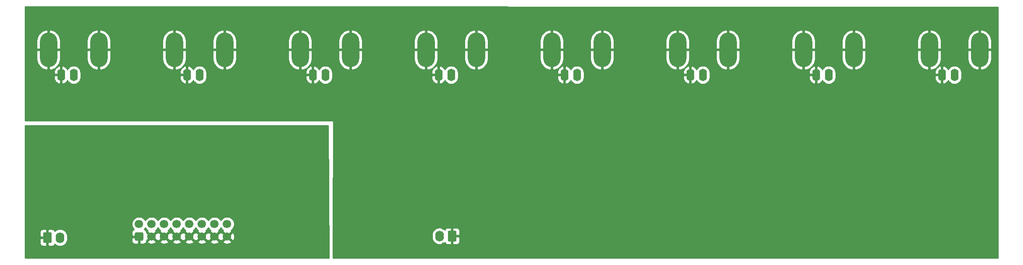
<source format=gbr>
%TF.GenerationSoftware,KiCad,Pcbnew,(5.1.10-1-10_14)*%
%TF.CreationDate,2021-10-07T15:40:17-04:00*%
%TF.ProjectId,BufferBox,42756666-6572-4426-9f78-2e6b69636164,1.1*%
%TF.SameCoordinates,Original*%
%TF.FileFunction,Copper,L2,Bot*%
%TF.FilePolarity,Positive*%
%FSLAX46Y46*%
G04 Gerber Fmt 4.6, Leading zero omitted, Abs format (unit mm)*
G04 Created by KiCad (PCBNEW (5.1.10-1-10_14)) date 2021-10-07 15:40:17*
%MOMM*%
%LPD*%
G01*
G04 APERTURE LIST*
%TA.AperFunction,ComponentPad*%
%ADD10C,1.700000*%
%TD*%
%TA.AperFunction,ComponentPad*%
%ADD11O,1.740000X2.190000*%
%TD*%
%TA.AperFunction,ComponentPad*%
%ADD12O,1.600000X2.500000*%
%TD*%
%TA.AperFunction,ComponentPad*%
%ADD13O,3.500000X7.000000*%
%TD*%
%TA.AperFunction,ViaPad*%
%ADD14C,0.800000*%
%TD*%
%TA.AperFunction,ViaPad*%
%ADD15C,1.400000*%
%TD*%
%TA.AperFunction,Conductor*%
%ADD16C,0.254000*%
%TD*%
%TA.AperFunction,Conductor*%
%ADD17C,0.100000*%
%TD*%
G04 APERTURE END LIST*
D10*
%TO.P,J10,16*%
%TO.N,/P7*%
X90180000Y-108060000D03*
%TO.P,J10,14*%
%TO.N,/P6*%
X87640000Y-108060000D03*
%TO.P,J10,12*%
%TO.N,/P5*%
X85100000Y-108060000D03*
%TO.P,J10,10*%
%TO.N,/P4*%
X82560000Y-108060000D03*
%TO.P,J10,8*%
%TO.N,/P3*%
X80020000Y-108060000D03*
%TO.P,J10,6*%
%TO.N,/P2*%
X77480000Y-108060000D03*
%TO.P,J10,4*%
%TO.N,/P1*%
X74940000Y-108060000D03*
%TO.P,J10,2*%
%TO.N,/P0*%
X72400000Y-108060000D03*
%TO.P,J10,15*%
%TO.N,/GND1*%
X90180000Y-110600000D03*
%TO.P,J10,13*%
X87640000Y-110600000D03*
%TO.P,J10,11*%
X85100000Y-110600000D03*
%TO.P,J10,9*%
X82560000Y-110600000D03*
%TO.P,J10,7*%
X80020000Y-110600000D03*
%TO.P,J10,5*%
X77480000Y-110600000D03*
%TO.P,J10,3*%
X74940000Y-110600000D03*
%TO.P,J10,1*%
%TA.AperFunction,ComponentPad*%
G36*
G01*
X73000000Y-111450000D02*
X71800000Y-111450000D01*
G75*
G02*
X71550000Y-111200000I0J250000D01*
G01*
X71550000Y-110000000D01*
G75*
G02*
X71800000Y-109750000I250000J0D01*
G01*
X73000000Y-109750000D01*
G75*
G02*
X73250000Y-110000000I0J-250000D01*
G01*
X73250000Y-111200000D01*
G75*
G02*
X73000000Y-111450000I-250000J0D01*
G01*
G37*
%TD.AperFunction*%
%TD*%
D11*
%TO.P,J9,2*%
%TO.N,/VDD1*%
X56440000Y-110800000D03*
%TO.P,J9,1*%
%TO.N,/GND1*%
%TA.AperFunction,ComponentPad*%
G36*
G01*
X53030000Y-111645001D02*
X53030000Y-109954999D01*
G75*
G02*
X53279999Y-109705000I249999J0D01*
G01*
X54520001Y-109705000D01*
G75*
G02*
X54770000Y-109954999I0J-249999D01*
G01*
X54770000Y-111645001D01*
G75*
G02*
X54520001Y-111895000I-249999J0D01*
G01*
X53279999Y-111895000D01*
G75*
G02*
X53030000Y-111645001I0J249999D01*
G01*
G37*
%TD.AperFunction*%
%TD*%
%TO.P,J8,2*%
%TO.N,/VDD2*%
X133060000Y-110500000D03*
%TO.P,J8,1*%
%TO.N,/GND2*%
%TA.AperFunction,ComponentPad*%
G36*
G01*
X136470000Y-109654999D02*
X136470000Y-111345001D01*
G75*
G02*
X136220001Y-111595000I-249999J0D01*
G01*
X134979999Y-111595000D01*
G75*
G02*
X134730000Y-111345001I0J249999D01*
G01*
X134730000Y-109654999D01*
G75*
G02*
X134979999Y-109405000I249999J0D01*
G01*
X136220001Y-109405000D01*
G75*
G02*
X136470000Y-109654999I0J-249999D01*
G01*
G37*
%TD.AperFunction*%
%TD*%
D12*
%TO.P,J7,2*%
%TO.N,/GND2*%
X234460000Y-77900000D03*
%TO.P,J7,1*%
%TO.N,Net-(J7-Pad1)*%
X237000000Y-77900000D03*
D13*
%TO.P,J7,2*%
%TO.N,/GND2*%
X242080000Y-72820000D03*
X231920000Y-72820000D03*
%TD*%
D12*
%TO.P,J6,2*%
%TO.N,/GND2*%
X209060000Y-77900000D03*
%TO.P,J6,1*%
%TO.N,Net-(J6-Pad1)*%
X211600000Y-77900000D03*
D13*
%TO.P,J6,2*%
%TO.N,/GND2*%
X216680000Y-72820000D03*
X206520000Y-72820000D03*
%TD*%
D12*
%TO.P,J5,2*%
%TO.N,/GND2*%
X183660000Y-77900000D03*
%TO.P,J5,1*%
%TO.N,Net-(J5-Pad1)*%
X186200000Y-77900000D03*
D13*
%TO.P,J5,2*%
%TO.N,/GND2*%
X191280000Y-72820000D03*
X181120000Y-72820000D03*
%TD*%
D12*
%TO.P,J4,2*%
%TO.N,/GND2*%
X158260000Y-77900000D03*
%TO.P,J4,1*%
%TO.N,Net-(J4-Pad1)*%
X160800000Y-77900000D03*
D13*
%TO.P,J4,2*%
%TO.N,/GND2*%
X165880000Y-72820000D03*
X155720000Y-72820000D03*
%TD*%
D12*
%TO.P,J3,2*%
%TO.N,/GND2*%
X132860000Y-77900000D03*
%TO.P,J3,1*%
%TO.N,Net-(J3-Pad1)*%
X135400000Y-77900000D03*
D13*
%TO.P,J3,2*%
%TO.N,/GND2*%
X140480000Y-72820000D03*
X130320000Y-72820000D03*
%TD*%
D12*
%TO.P,J2,2*%
%TO.N,/GND2*%
X107460000Y-77900000D03*
%TO.P,J2,1*%
%TO.N,Net-(J2-Pad1)*%
X110000000Y-77900000D03*
D13*
%TO.P,J2,2*%
%TO.N,/GND2*%
X115080000Y-72820000D03*
X104920000Y-72820000D03*
%TD*%
D12*
%TO.P,J1,2*%
%TO.N,/GND2*%
X82060000Y-77900000D03*
%TO.P,J1,1*%
%TO.N,Net-(J1-Pad1)*%
X84600000Y-77900000D03*
D13*
%TO.P,J1,2*%
%TO.N,/GND2*%
X89680000Y-72820000D03*
X79520000Y-72820000D03*
%TD*%
D12*
%TO.P,J0,2*%
%TO.N,/GND2*%
X56660000Y-77900000D03*
%TO.P,J0,1*%
%TO.N,Net-(J0-Pad1)*%
X59200000Y-77900000D03*
D13*
%TO.P,J0,2*%
%TO.N,/GND2*%
X64280000Y-72820000D03*
X54120000Y-72820000D03*
%TD*%
D14*
%TO.N,/GND2*%
X138900000Y-106800000D03*
X152100000Y-109500000D03*
X152100000Y-105700000D03*
X125400000Y-110600000D03*
X116550000Y-100050000D03*
X142700000Y-96800000D03*
X149850000Y-107650000D03*
X139000000Y-100500000D03*
%TO.N,/GND1*%
X102950000Y-103600000D03*
D15*
X77900000Y-95800000D03*
D14*
X65380000Y-110630000D03*
X59200000Y-110600000D03*
X102900000Y-91300000D03*
X93600000Y-110800000D03*
X76200000Y-112200000D03*
X81200000Y-112200000D03*
X86400000Y-112200000D03*
X104850000Y-100100000D03*
X97750000Y-100300000D03*
%TO.N,/GND2*%
X59060000Y-84090000D03*
X97500000Y-72660000D03*
X71970000Y-72760000D03*
X124600000Y-80900000D03*
X148600000Y-82900000D03*
X148100000Y-72800000D03*
X169100000Y-85650000D03*
X180600000Y-86800000D03*
X173200000Y-73100000D03*
X198700000Y-73000000D03*
X223950000Y-72890000D03*
X235720000Y-91600000D03*
X223200000Y-111400000D03*
X205400000Y-105000000D03*
X179600000Y-104400000D03*
X152100000Y-98100000D03*
X156350000Y-95400000D03*
X147100000Y-92650000D03*
X114600000Y-110100000D03*
X120600000Y-103400000D03*
X120650000Y-91100000D03*
X159350000Y-101150000D03*
X162600000Y-100900000D03*
X164600000Y-98900000D03*
X166600000Y-96650000D03*
X168100000Y-93650000D03*
X166800000Y-82600000D03*
X154400000Y-105400000D03*
X158900000Y-104150000D03*
X162100000Y-104150000D03*
X165350000Y-103400000D03*
X168100000Y-102150000D03*
X171600000Y-100650000D03*
X174600000Y-98150000D03*
X177350000Y-95150000D03*
X122100000Y-93650000D03*
X124100000Y-95650000D03*
X126600000Y-96650000D03*
X129350000Y-96650000D03*
X179850000Y-91400000D03*
X154850000Y-107650000D03*
X160600000Y-107900000D03*
X164000000Y-107900000D03*
X167350000Y-107400000D03*
X170350000Y-106900000D03*
X173500000Y-106900000D03*
X176850000Y-106900000D03*
X157500000Y-111100000D03*
X160850000Y-111150000D03*
X164350000Y-111150000D03*
X167850000Y-111150000D03*
X171600000Y-111150000D03*
X175350000Y-111150000D03*
X179100000Y-111150000D03*
X182600000Y-110150000D03*
X191100000Y-108900000D03*
X186100000Y-108900000D03*
X210800000Y-99600000D03*
X217200000Y-93200000D03*
X223000000Y-84200000D03*
X182350000Y-101650000D03*
X197200000Y-80700000D03*
X176300000Y-82000000D03*
X169100000Y-89900000D03*
X163800000Y-81200000D03*
X160100000Y-80400000D03*
X157600000Y-79900000D03*
X155900000Y-99600000D03*
X154100000Y-101150000D03*
X157850000Y-97900000D03*
X160600000Y-96400000D03*
X161350000Y-93400000D03*
X161350000Y-90400000D03*
X160850000Y-87400000D03*
X158850000Y-85400000D03*
X156100000Y-83900000D03*
X152600000Y-83900000D03*
X144600000Y-82400000D03*
X140850000Y-82150000D03*
X137600000Y-81400000D03*
X134600000Y-80900000D03*
X131600000Y-80400000D03*
X129600000Y-78650000D03*
X127350000Y-76650000D03*
X124100000Y-72700000D03*
X161000000Y-72800000D03*
X211600000Y-72900000D03*
X237300000Y-72900000D03*
X108700000Y-72800000D03*
X84500000Y-72600000D03*
X58900000Y-72800000D03*
X155100000Y-97400000D03*
X154100000Y-99000000D03*
X156350000Y-92150000D03*
X155350000Y-89400000D03*
X152850000Y-88400000D03*
X150700000Y-88350000D03*
X148550000Y-88350000D03*
X146350000Y-88350000D03*
X144150000Y-88350000D03*
X141850000Y-88350000D03*
X139100000Y-88400000D03*
X136350000Y-88300000D03*
X133350000Y-88150000D03*
X130850000Y-86650000D03*
X128850000Y-84900000D03*
X127100000Y-82900000D03*
X121850000Y-78900000D03*
X113150000Y-80150000D03*
X111050000Y-80100000D03*
X108850000Y-80100000D03*
X106600000Y-80100000D03*
X153100000Y-95100000D03*
X152100000Y-92750000D03*
X149600000Y-92650000D03*
X144750000Y-92700000D03*
X142350000Y-92650000D03*
X139950000Y-92650000D03*
X137500000Y-92650000D03*
X134800000Y-92650000D03*
X132300000Y-92600000D03*
X129700000Y-92550000D03*
X127650000Y-91650000D03*
X126200000Y-89850000D03*
X124650000Y-88400000D03*
X123100000Y-86900000D03*
X121100000Y-85650000D03*
X118850000Y-85400000D03*
X116600000Y-84900000D03*
X114950000Y-83500000D03*
X112450000Y-83500000D03*
X109900000Y-83500000D03*
X107600000Y-83500000D03*
X105350000Y-83500000D03*
X103100000Y-83500000D03*
X100700000Y-83500000D03*
X97350000Y-82650000D03*
X94600000Y-81400000D03*
X90350000Y-81400000D03*
X86100000Y-81400000D03*
X76350000Y-81400000D03*
X67350000Y-79150000D03*
X131850000Y-96650000D03*
X134350000Y-96650000D03*
X136850000Y-96650000D03*
X139350000Y-96650000D03*
X125500000Y-105900000D03*
X133300000Y-105900000D03*
X125500000Y-100400000D03*
X133300000Y-100400000D03*
X69150000Y-86800000D03*
X75550000Y-86800000D03*
X81500000Y-86750000D03*
X88400000Y-86800000D03*
X94750000Y-86800000D03*
X100800000Y-86800000D03*
X107550000Y-86800000D03*
X113100000Y-88800000D03*
X119300000Y-89600000D03*
X152100000Y-101900000D03*
X121200000Y-111650000D03*
X116550000Y-92425000D03*
X137900000Y-110600000D03*
X133800000Y-108800000D03*
X133800000Y-112200000D03*
X137600000Y-112200000D03*
X130800000Y-108800000D03*
X178800000Y-114400000D03*
X187800000Y-114400000D03*
X196600000Y-114400000D03*
X206200000Y-114400000D03*
X148600000Y-113150000D03*
X170200000Y-114400000D03*
X161800000Y-114400000D03*
X149850000Y-99900000D03*
X149850000Y-103900000D03*
X196100000Y-108900000D03*
X201350000Y-108150000D03*
X188100000Y-99900000D03*
X193100000Y-95650000D03*
X197100000Y-88400000D03*
X154850000Y-79400000D03*
X145100000Y-103900000D03*
%TD*%
D16*
%TO.N,/GND2*%
X245773000Y-64226935D02*
X245773000Y-114923000D01*
X111577457Y-114923000D01*
X111594442Y-110201064D01*
X131555000Y-110201064D01*
X131555000Y-110798935D01*
X131576776Y-111020031D01*
X131662834Y-111303724D01*
X131802583Y-111565178D01*
X131990655Y-111794345D01*
X132219821Y-111982417D01*
X132481275Y-112122166D01*
X132764968Y-112208224D01*
X133060000Y-112237282D01*
X133355031Y-112208224D01*
X133638724Y-112122166D01*
X133900178Y-111982417D01*
X134127385Y-111795953D01*
X134140498Y-111839180D01*
X134199463Y-111949494D01*
X134278815Y-112046185D01*
X134375506Y-112125537D01*
X134485820Y-112184502D01*
X134605518Y-112220812D01*
X134730000Y-112233072D01*
X135314250Y-112230000D01*
X135473000Y-112071250D01*
X135473000Y-110627000D01*
X135727000Y-110627000D01*
X135727000Y-112071250D01*
X135885750Y-112230000D01*
X136470000Y-112233072D01*
X136594482Y-112220812D01*
X136714180Y-112184502D01*
X136824494Y-112125537D01*
X136921185Y-112046185D01*
X137000537Y-111949494D01*
X137059502Y-111839180D01*
X137095812Y-111719482D01*
X137108072Y-111595000D01*
X137105000Y-110785750D01*
X136946250Y-110627000D01*
X135727000Y-110627000D01*
X135473000Y-110627000D01*
X135453000Y-110627000D01*
X135453000Y-110373000D01*
X135473000Y-110373000D01*
X135473000Y-108928750D01*
X135727000Y-108928750D01*
X135727000Y-110373000D01*
X136946250Y-110373000D01*
X137105000Y-110214250D01*
X137108072Y-109405000D01*
X137095812Y-109280518D01*
X137059502Y-109160820D01*
X137000537Y-109050506D01*
X136921185Y-108953815D01*
X136824494Y-108874463D01*
X136714180Y-108815498D01*
X136594482Y-108779188D01*
X136470000Y-108766928D01*
X135885750Y-108770000D01*
X135727000Y-108928750D01*
X135473000Y-108928750D01*
X135314250Y-108770000D01*
X134730000Y-108766928D01*
X134605518Y-108779188D01*
X134485820Y-108815498D01*
X134375506Y-108874463D01*
X134278815Y-108953815D01*
X134199463Y-109050506D01*
X134140498Y-109160820D01*
X134127385Y-109204047D01*
X133900179Y-109017583D01*
X133638725Y-108877834D01*
X133355032Y-108791776D01*
X133060000Y-108762718D01*
X132764969Y-108791776D01*
X132481276Y-108877834D01*
X132219822Y-109017583D01*
X131990655Y-109205655D01*
X131802583Y-109434821D01*
X131662834Y-109696275D01*
X131576776Y-109979968D01*
X131555000Y-110201064D01*
X111594442Y-110201064D01*
X111676999Y-87250457D01*
X111674648Y-87225672D01*
X111667507Y-87201822D01*
X111655850Y-87179823D01*
X111640125Y-87160521D01*
X111620937Y-87144658D01*
X111599023Y-87132843D01*
X111575224Y-87125530D01*
X111550000Y-87123000D01*
X49377000Y-87123000D01*
X49377000Y-78027000D01*
X55225000Y-78027000D01*
X55225000Y-78477000D01*
X55277350Y-78754514D01*
X55382834Y-79016483D01*
X55537399Y-79252839D01*
X55735105Y-79454500D01*
X55968354Y-79613715D01*
X56228182Y-79724367D01*
X56310961Y-79741904D01*
X56533000Y-79619915D01*
X56533000Y-78027000D01*
X55225000Y-78027000D01*
X49377000Y-78027000D01*
X49377000Y-77323000D01*
X55225000Y-77323000D01*
X55225000Y-77773000D01*
X56533000Y-77773000D01*
X56533000Y-76180085D01*
X56787000Y-76180085D01*
X56787000Y-77773000D01*
X56807000Y-77773000D01*
X56807000Y-78027000D01*
X56787000Y-78027000D01*
X56787000Y-79619915D01*
X57009039Y-79741904D01*
X57091818Y-79724367D01*
X57351646Y-79613715D01*
X57584895Y-79454500D01*
X57782601Y-79252839D01*
X57932735Y-79023259D01*
X58001068Y-79151101D01*
X58180393Y-79369608D01*
X58398900Y-79548932D01*
X58648193Y-79682182D01*
X58918692Y-79764236D01*
X59200000Y-79791943D01*
X59481309Y-79764236D01*
X59751808Y-79682182D01*
X60001101Y-79548932D01*
X60219608Y-79369608D01*
X60398932Y-79151101D01*
X60532182Y-78901808D01*
X60614236Y-78631309D01*
X60635000Y-78420491D01*
X60635000Y-78027000D01*
X80625000Y-78027000D01*
X80625000Y-78477000D01*
X80677350Y-78754514D01*
X80782834Y-79016483D01*
X80937399Y-79252839D01*
X81135105Y-79454500D01*
X81368354Y-79613715D01*
X81628182Y-79724367D01*
X81710961Y-79741904D01*
X81933000Y-79619915D01*
X81933000Y-78027000D01*
X80625000Y-78027000D01*
X60635000Y-78027000D01*
X60635000Y-77379508D01*
X60629435Y-77323000D01*
X80625000Y-77323000D01*
X80625000Y-77773000D01*
X81933000Y-77773000D01*
X81933000Y-76180085D01*
X82187000Y-76180085D01*
X82187000Y-77773000D01*
X82207000Y-77773000D01*
X82207000Y-78027000D01*
X82187000Y-78027000D01*
X82187000Y-79619915D01*
X82409039Y-79741904D01*
X82491818Y-79724367D01*
X82751646Y-79613715D01*
X82984895Y-79454500D01*
X83182601Y-79252839D01*
X83332735Y-79023259D01*
X83401068Y-79151101D01*
X83580393Y-79369608D01*
X83798900Y-79548932D01*
X84048193Y-79682182D01*
X84318692Y-79764236D01*
X84600000Y-79791943D01*
X84881309Y-79764236D01*
X85151808Y-79682182D01*
X85401101Y-79548932D01*
X85619608Y-79369608D01*
X85798932Y-79151101D01*
X85932182Y-78901808D01*
X86014236Y-78631309D01*
X86035000Y-78420491D01*
X86035000Y-78027000D01*
X106025000Y-78027000D01*
X106025000Y-78477000D01*
X106077350Y-78754514D01*
X106182834Y-79016483D01*
X106337399Y-79252839D01*
X106535105Y-79454500D01*
X106768354Y-79613715D01*
X107028182Y-79724367D01*
X107110961Y-79741904D01*
X107333000Y-79619915D01*
X107333000Y-78027000D01*
X106025000Y-78027000D01*
X86035000Y-78027000D01*
X86035000Y-77379508D01*
X86029435Y-77323000D01*
X106025000Y-77323000D01*
X106025000Y-77773000D01*
X107333000Y-77773000D01*
X107333000Y-76180085D01*
X107587000Y-76180085D01*
X107587000Y-77773000D01*
X107607000Y-77773000D01*
X107607000Y-78027000D01*
X107587000Y-78027000D01*
X107587000Y-79619915D01*
X107809039Y-79741904D01*
X107891818Y-79724367D01*
X108151646Y-79613715D01*
X108384895Y-79454500D01*
X108582601Y-79252839D01*
X108732735Y-79023259D01*
X108801068Y-79151101D01*
X108980393Y-79369608D01*
X109198900Y-79548932D01*
X109448193Y-79682182D01*
X109718692Y-79764236D01*
X110000000Y-79791943D01*
X110281309Y-79764236D01*
X110551808Y-79682182D01*
X110801101Y-79548932D01*
X111019608Y-79369608D01*
X111198932Y-79151101D01*
X111332182Y-78901808D01*
X111414236Y-78631309D01*
X111435000Y-78420491D01*
X111435000Y-78027000D01*
X131425000Y-78027000D01*
X131425000Y-78477000D01*
X131477350Y-78754514D01*
X131582834Y-79016483D01*
X131737399Y-79252839D01*
X131935105Y-79454500D01*
X132168354Y-79613715D01*
X132428182Y-79724367D01*
X132510961Y-79741904D01*
X132733000Y-79619915D01*
X132733000Y-78027000D01*
X131425000Y-78027000D01*
X111435000Y-78027000D01*
X111435000Y-77379508D01*
X111429435Y-77323000D01*
X131425000Y-77323000D01*
X131425000Y-77773000D01*
X132733000Y-77773000D01*
X132733000Y-76180085D01*
X132987000Y-76180085D01*
X132987000Y-77773000D01*
X133007000Y-77773000D01*
X133007000Y-78027000D01*
X132987000Y-78027000D01*
X132987000Y-79619915D01*
X133209039Y-79741904D01*
X133291818Y-79724367D01*
X133551646Y-79613715D01*
X133784895Y-79454500D01*
X133982601Y-79252839D01*
X134132735Y-79023259D01*
X134201068Y-79151101D01*
X134380393Y-79369608D01*
X134598900Y-79548932D01*
X134848193Y-79682182D01*
X135118692Y-79764236D01*
X135400000Y-79791943D01*
X135681309Y-79764236D01*
X135951808Y-79682182D01*
X136201101Y-79548932D01*
X136419608Y-79369608D01*
X136598932Y-79151101D01*
X136732182Y-78901808D01*
X136814236Y-78631309D01*
X136835000Y-78420491D01*
X136835000Y-78027000D01*
X156825000Y-78027000D01*
X156825000Y-78477000D01*
X156877350Y-78754514D01*
X156982834Y-79016483D01*
X157137399Y-79252839D01*
X157335105Y-79454500D01*
X157568354Y-79613715D01*
X157828182Y-79724367D01*
X157910961Y-79741904D01*
X158133000Y-79619915D01*
X158133000Y-78027000D01*
X156825000Y-78027000D01*
X136835000Y-78027000D01*
X136835000Y-77379508D01*
X136829435Y-77323000D01*
X156825000Y-77323000D01*
X156825000Y-77773000D01*
X158133000Y-77773000D01*
X158133000Y-76180085D01*
X158387000Y-76180085D01*
X158387000Y-77773000D01*
X158407000Y-77773000D01*
X158407000Y-78027000D01*
X158387000Y-78027000D01*
X158387000Y-79619915D01*
X158609039Y-79741904D01*
X158691818Y-79724367D01*
X158951646Y-79613715D01*
X159184895Y-79454500D01*
X159382601Y-79252839D01*
X159532735Y-79023259D01*
X159601068Y-79151101D01*
X159780393Y-79369608D01*
X159998900Y-79548932D01*
X160248193Y-79682182D01*
X160518692Y-79764236D01*
X160800000Y-79791943D01*
X161081309Y-79764236D01*
X161351808Y-79682182D01*
X161601101Y-79548932D01*
X161819608Y-79369608D01*
X161998932Y-79151101D01*
X162132182Y-78901808D01*
X162214236Y-78631309D01*
X162235000Y-78420491D01*
X162235000Y-78027000D01*
X182225000Y-78027000D01*
X182225000Y-78477000D01*
X182277350Y-78754514D01*
X182382834Y-79016483D01*
X182537399Y-79252839D01*
X182735105Y-79454500D01*
X182968354Y-79613715D01*
X183228182Y-79724367D01*
X183310961Y-79741904D01*
X183533000Y-79619915D01*
X183533000Y-78027000D01*
X182225000Y-78027000D01*
X162235000Y-78027000D01*
X162235000Y-77379508D01*
X162229435Y-77323000D01*
X182225000Y-77323000D01*
X182225000Y-77773000D01*
X183533000Y-77773000D01*
X183533000Y-76180085D01*
X183787000Y-76180085D01*
X183787000Y-77773000D01*
X183807000Y-77773000D01*
X183807000Y-78027000D01*
X183787000Y-78027000D01*
X183787000Y-79619915D01*
X184009039Y-79741904D01*
X184091818Y-79724367D01*
X184351646Y-79613715D01*
X184584895Y-79454500D01*
X184782601Y-79252839D01*
X184932735Y-79023259D01*
X185001068Y-79151101D01*
X185180393Y-79369608D01*
X185398900Y-79548932D01*
X185648193Y-79682182D01*
X185918692Y-79764236D01*
X186200000Y-79791943D01*
X186481309Y-79764236D01*
X186751808Y-79682182D01*
X187001101Y-79548932D01*
X187219608Y-79369608D01*
X187398932Y-79151101D01*
X187532182Y-78901808D01*
X187614236Y-78631309D01*
X187635000Y-78420491D01*
X187635000Y-78027000D01*
X207625000Y-78027000D01*
X207625000Y-78477000D01*
X207677350Y-78754514D01*
X207782834Y-79016483D01*
X207937399Y-79252839D01*
X208135105Y-79454500D01*
X208368354Y-79613715D01*
X208628182Y-79724367D01*
X208710961Y-79741904D01*
X208933000Y-79619915D01*
X208933000Y-78027000D01*
X207625000Y-78027000D01*
X187635000Y-78027000D01*
X187635000Y-77379508D01*
X187629435Y-77323000D01*
X207625000Y-77323000D01*
X207625000Y-77773000D01*
X208933000Y-77773000D01*
X208933000Y-76180085D01*
X209187000Y-76180085D01*
X209187000Y-77773000D01*
X209207000Y-77773000D01*
X209207000Y-78027000D01*
X209187000Y-78027000D01*
X209187000Y-79619915D01*
X209409039Y-79741904D01*
X209491818Y-79724367D01*
X209751646Y-79613715D01*
X209984895Y-79454500D01*
X210182601Y-79252839D01*
X210332735Y-79023259D01*
X210401068Y-79151101D01*
X210580393Y-79369608D01*
X210798900Y-79548932D01*
X211048193Y-79682182D01*
X211318692Y-79764236D01*
X211600000Y-79791943D01*
X211881309Y-79764236D01*
X212151808Y-79682182D01*
X212401101Y-79548932D01*
X212619608Y-79369608D01*
X212798932Y-79151101D01*
X212932182Y-78901808D01*
X213014236Y-78631309D01*
X213035000Y-78420491D01*
X213035000Y-78027000D01*
X233025000Y-78027000D01*
X233025000Y-78477000D01*
X233077350Y-78754514D01*
X233182834Y-79016483D01*
X233337399Y-79252839D01*
X233535105Y-79454500D01*
X233768354Y-79613715D01*
X234028182Y-79724367D01*
X234110961Y-79741904D01*
X234333000Y-79619915D01*
X234333000Y-78027000D01*
X233025000Y-78027000D01*
X213035000Y-78027000D01*
X213035000Y-77379508D01*
X213029435Y-77323000D01*
X233025000Y-77323000D01*
X233025000Y-77773000D01*
X234333000Y-77773000D01*
X234333000Y-76180085D01*
X234587000Y-76180085D01*
X234587000Y-77773000D01*
X234607000Y-77773000D01*
X234607000Y-78027000D01*
X234587000Y-78027000D01*
X234587000Y-79619915D01*
X234809039Y-79741904D01*
X234891818Y-79724367D01*
X235151646Y-79613715D01*
X235384895Y-79454500D01*
X235582601Y-79252839D01*
X235732735Y-79023259D01*
X235801068Y-79151101D01*
X235980393Y-79369608D01*
X236198900Y-79548932D01*
X236448193Y-79682182D01*
X236718692Y-79764236D01*
X237000000Y-79791943D01*
X237281309Y-79764236D01*
X237551808Y-79682182D01*
X237801101Y-79548932D01*
X238019608Y-79369608D01*
X238198932Y-79151101D01*
X238332182Y-78901808D01*
X238414236Y-78631309D01*
X238435000Y-78420491D01*
X238435000Y-77379508D01*
X238414236Y-77168691D01*
X238332182Y-76898192D01*
X238198932Y-76648899D01*
X238019607Y-76430392D01*
X237801100Y-76251068D01*
X237551807Y-76117818D01*
X237281308Y-76035764D01*
X237000000Y-76008057D01*
X236718691Y-76035764D01*
X236448192Y-76117818D01*
X236198899Y-76251068D01*
X235980392Y-76430393D01*
X235801068Y-76648900D01*
X235732735Y-76776742D01*
X235582601Y-76547161D01*
X235384895Y-76345500D01*
X235151646Y-76186285D01*
X234891818Y-76075633D01*
X234809039Y-76058096D01*
X234587000Y-76180085D01*
X234333000Y-76180085D01*
X234110961Y-76058096D01*
X234028182Y-76075633D01*
X233768354Y-76186285D01*
X233535105Y-76345500D01*
X233337399Y-76547161D01*
X233182834Y-76783517D01*
X233077350Y-77045486D01*
X233025000Y-77323000D01*
X213029435Y-77323000D01*
X213014236Y-77168691D01*
X212932182Y-76898192D01*
X212798932Y-76648899D01*
X212619607Y-76430392D01*
X212401100Y-76251068D01*
X212151807Y-76117818D01*
X211881308Y-76035764D01*
X211600000Y-76008057D01*
X211318691Y-76035764D01*
X211048192Y-76117818D01*
X210798899Y-76251068D01*
X210580392Y-76430393D01*
X210401068Y-76648900D01*
X210332735Y-76776742D01*
X210182601Y-76547161D01*
X209984895Y-76345500D01*
X209751646Y-76186285D01*
X209491818Y-76075633D01*
X209409039Y-76058096D01*
X209187000Y-76180085D01*
X208933000Y-76180085D01*
X208710961Y-76058096D01*
X208628182Y-76075633D01*
X208368354Y-76186285D01*
X208135105Y-76345500D01*
X207937399Y-76547161D01*
X207782834Y-76783517D01*
X207677350Y-77045486D01*
X207625000Y-77323000D01*
X187629435Y-77323000D01*
X187614236Y-77168691D01*
X187532182Y-76898192D01*
X187398932Y-76648899D01*
X187219607Y-76430392D01*
X187001100Y-76251068D01*
X186751807Y-76117818D01*
X186481308Y-76035764D01*
X186200000Y-76008057D01*
X185918691Y-76035764D01*
X185648192Y-76117818D01*
X185398899Y-76251068D01*
X185180392Y-76430393D01*
X185001068Y-76648900D01*
X184932735Y-76776742D01*
X184782601Y-76547161D01*
X184584895Y-76345500D01*
X184351646Y-76186285D01*
X184091818Y-76075633D01*
X184009039Y-76058096D01*
X183787000Y-76180085D01*
X183533000Y-76180085D01*
X183310961Y-76058096D01*
X183228182Y-76075633D01*
X182968354Y-76186285D01*
X182735105Y-76345500D01*
X182537399Y-76547161D01*
X182382834Y-76783517D01*
X182277350Y-77045486D01*
X182225000Y-77323000D01*
X162229435Y-77323000D01*
X162214236Y-77168691D01*
X162132182Y-76898192D01*
X161998932Y-76648899D01*
X161819607Y-76430392D01*
X161601100Y-76251068D01*
X161351807Y-76117818D01*
X161081308Y-76035764D01*
X160800000Y-76008057D01*
X160518691Y-76035764D01*
X160248192Y-76117818D01*
X159998899Y-76251068D01*
X159780392Y-76430393D01*
X159601068Y-76648900D01*
X159532735Y-76776742D01*
X159382601Y-76547161D01*
X159184895Y-76345500D01*
X158951646Y-76186285D01*
X158691818Y-76075633D01*
X158609039Y-76058096D01*
X158387000Y-76180085D01*
X158133000Y-76180085D01*
X157910961Y-76058096D01*
X157828182Y-76075633D01*
X157568354Y-76186285D01*
X157335105Y-76345500D01*
X157137399Y-76547161D01*
X156982834Y-76783517D01*
X156877350Y-77045486D01*
X156825000Y-77323000D01*
X136829435Y-77323000D01*
X136814236Y-77168691D01*
X136732182Y-76898192D01*
X136598932Y-76648899D01*
X136419607Y-76430392D01*
X136201100Y-76251068D01*
X135951807Y-76117818D01*
X135681308Y-76035764D01*
X135400000Y-76008057D01*
X135118691Y-76035764D01*
X134848192Y-76117818D01*
X134598899Y-76251068D01*
X134380392Y-76430393D01*
X134201068Y-76648900D01*
X134132735Y-76776742D01*
X133982601Y-76547161D01*
X133784895Y-76345500D01*
X133551646Y-76186285D01*
X133291818Y-76075633D01*
X133209039Y-76058096D01*
X132987000Y-76180085D01*
X132733000Y-76180085D01*
X132510961Y-76058096D01*
X132428182Y-76075633D01*
X132168354Y-76186285D01*
X131935105Y-76345500D01*
X131737399Y-76547161D01*
X131582834Y-76783517D01*
X131477350Y-77045486D01*
X131425000Y-77323000D01*
X111429435Y-77323000D01*
X111414236Y-77168691D01*
X111332182Y-76898192D01*
X111198932Y-76648899D01*
X111019607Y-76430392D01*
X110801100Y-76251068D01*
X110551807Y-76117818D01*
X110281308Y-76035764D01*
X110000000Y-76008057D01*
X109718691Y-76035764D01*
X109448192Y-76117818D01*
X109198899Y-76251068D01*
X108980392Y-76430393D01*
X108801068Y-76648900D01*
X108732735Y-76776742D01*
X108582601Y-76547161D01*
X108384895Y-76345500D01*
X108151646Y-76186285D01*
X107891818Y-76075633D01*
X107809039Y-76058096D01*
X107587000Y-76180085D01*
X107333000Y-76180085D01*
X107110961Y-76058096D01*
X107028182Y-76075633D01*
X106768354Y-76186285D01*
X106535105Y-76345500D01*
X106337399Y-76547161D01*
X106182834Y-76783517D01*
X106077350Y-77045486D01*
X106025000Y-77323000D01*
X86029435Y-77323000D01*
X86014236Y-77168691D01*
X85932182Y-76898192D01*
X85798932Y-76648899D01*
X85619607Y-76430392D01*
X85401100Y-76251068D01*
X85151807Y-76117818D01*
X84881308Y-76035764D01*
X84600000Y-76008057D01*
X84318691Y-76035764D01*
X84048192Y-76117818D01*
X83798899Y-76251068D01*
X83580392Y-76430393D01*
X83401068Y-76648900D01*
X83332735Y-76776742D01*
X83182601Y-76547161D01*
X82984895Y-76345500D01*
X82751646Y-76186285D01*
X82491818Y-76075633D01*
X82409039Y-76058096D01*
X82187000Y-76180085D01*
X81933000Y-76180085D01*
X81710961Y-76058096D01*
X81628182Y-76075633D01*
X81368354Y-76186285D01*
X81135105Y-76345500D01*
X80937399Y-76547161D01*
X80782834Y-76783517D01*
X80677350Y-77045486D01*
X80625000Y-77323000D01*
X60629435Y-77323000D01*
X60614236Y-77168691D01*
X60532182Y-76898192D01*
X60398932Y-76648899D01*
X60219607Y-76430392D01*
X60001100Y-76251068D01*
X59751807Y-76117818D01*
X59481308Y-76035764D01*
X59200000Y-76008057D01*
X58918691Y-76035764D01*
X58648192Y-76117818D01*
X58398899Y-76251068D01*
X58180392Y-76430393D01*
X58001068Y-76648900D01*
X57932735Y-76776742D01*
X57782601Y-76547161D01*
X57584895Y-76345500D01*
X57351646Y-76186285D01*
X57091818Y-76075633D01*
X57009039Y-76058096D01*
X56787000Y-76180085D01*
X56533000Y-76180085D01*
X56310961Y-76058096D01*
X56228182Y-76075633D01*
X55968354Y-76186285D01*
X55735105Y-76345500D01*
X55537399Y-76547161D01*
X55382834Y-76783517D01*
X55277350Y-77045486D01*
X55225000Y-77323000D01*
X49377000Y-77323000D01*
X49377000Y-72947000D01*
X51735000Y-72947000D01*
X51735000Y-74697000D01*
X51805604Y-75159850D01*
X51965148Y-75600032D01*
X52207502Y-76000631D01*
X52523352Y-76346252D01*
X52900561Y-76623612D01*
X53324632Y-76822053D01*
X53621997Y-76902427D01*
X53993000Y-76792625D01*
X53993000Y-72947000D01*
X54247000Y-72947000D01*
X54247000Y-76792625D01*
X54618003Y-76902427D01*
X54915368Y-76822053D01*
X55339439Y-76623612D01*
X55716648Y-76346252D01*
X56032498Y-76000631D01*
X56274852Y-75600032D01*
X56434396Y-75159850D01*
X56505000Y-74697000D01*
X56505000Y-72947000D01*
X61895000Y-72947000D01*
X61895000Y-74697000D01*
X61965604Y-75159850D01*
X62125148Y-75600032D01*
X62367502Y-76000631D01*
X62683352Y-76346252D01*
X63060561Y-76623612D01*
X63484632Y-76822053D01*
X63781997Y-76902427D01*
X64153000Y-76792625D01*
X64153000Y-72947000D01*
X64407000Y-72947000D01*
X64407000Y-76792625D01*
X64778003Y-76902427D01*
X65075368Y-76822053D01*
X65499439Y-76623612D01*
X65876648Y-76346252D01*
X66192498Y-76000631D01*
X66434852Y-75600032D01*
X66594396Y-75159850D01*
X66665000Y-74697000D01*
X66665000Y-72947000D01*
X77135000Y-72947000D01*
X77135000Y-74697000D01*
X77205604Y-75159850D01*
X77365148Y-75600032D01*
X77607502Y-76000631D01*
X77923352Y-76346252D01*
X78300561Y-76623612D01*
X78724632Y-76822053D01*
X79021997Y-76902427D01*
X79393000Y-76792625D01*
X79393000Y-72947000D01*
X79647000Y-72947000D01*
X79647000Y-76792625D01*
X80018003Y-76902427D01*
X80315368Y-76822053D01*
X80739439Y-76623612D01*
X81116648Y-76346252D01*
X81432498Y-76000631D01*
X81674852Y-75600032D01*
X81834396Y-75159850D01*
X81905000Y-74697000D01*
X81905000Y-72947000D01*
X87295000Y-72947000D01*
X87295000Y-74697000D01*
X87365604Y-75159850D01*
X87525148Y-75600032D01*
X87767502Y-76000631D01*
X88083352Y-76346252D01*
X88460561Y-76623612D01*
X88884632Y-76822053D01*
X89181997Y-76902427D01*
X89553000Y-76792625D01*
X89553000Y-72947000D01*
X89807000Y-72947000D01*
X89807000Y-76792625D01*
X90178003Y-76902427D01*
X90475368Y-76822053D01*
X90899439Y-76623612D01*
X91276648Y-76346252D01*
X91592498Y-76000631D01*
X91834852Y-75600032D01*
X91994396Y-75159850D01*
X92065000Y-74697000D01*
X92065000Y-72947000D01*
X102535000Y-72947000D01*
X102535000Y-74697000D01*
X102605604Y-75159850D01*
X102765148Y-75600032D01*
X103007502Y-76000631D01*
X103323352Y-76346252D01*
X103700561Y-76623612D01*
X104124632Y-76822053D01*
X104421997Y-76902427D01*
X104793000Y-76792625D01*
X104793000Y-72947000D01*
X105047000Y-72947000D01*
X105047000Y-76792625D01*
X105418003Y-76902427D01*
X105715368Y-76822053D01*
X106139439Y-76623612D01*
X106516648Y-76346252D01*
X106832498Y-76000631D01*
X107074852Y-75600032D01*
X107234396Y-75159850D01*
X107305000Y-74697000D01*
X107305000Y-72947000D01*
X112695000Y-72947000D01*
X112695000Y-74697000D01*
X112765604Y-75159850D01*
X112925148Y-75600032D01*
X113167502Y-76000631D01*
X113483352Y-76346252D01*
X113860561Y-76623612D01*
X114284632Y-76822053D01*
X114581997Y-76902427D01*
X114953000Y-76792625D01*
X114953000Y-72947000D01*
X115207000Y-72947000D01*
X115207000Y-76792625D01*
X115578003Y-76902427D01*
X115875368Y-76822053D01*
X116299439Y-76623612D01*
X116676648Y-76346252D01*
X116992498Y-76000631D01*
X117234852Y-75600032D01*
X117394396Y-75159850D01*
X117465000Y-74697000D01*
X117465000Y-72947000D01*
X127935000Y-72947000D01*
X127935000Y-74697000D01*
X128005604Y-75159850D01*
X128165148Y-75600032D01*
X128407502Y-76000631D01*
X128723352Y-76346252D01*
X129100561Y-76623612D01*
X129524632Y-76822053D01*
X129821997Y-76902427D01*
X130193000Y-76792625D01*
X130193000Y-72947000D01*
X130447000Y-72947000D01*
X130447000Y-76792625D01*
X130818003Y-76902427D01*
X131115368Y-76822053D01*
X131539439Y-76623612D01*
X131916648Y-76346252D01*
X132232498Y-76000631D01*
X132474852Y-75600032D01*
X132634396Y-75159850D01*
X132705000Y-74697000D01*
X132705000Y-72947000D01*
X138095000Y-72947000D01*
X138095000Y-74697000D01*
X138165604Y-75159850D01*
X138325148Y-75600032D01*
X138567502Y-76000631D01*
X138883352Y-76346252D01*
X139260561Y-76623612D01*
X139684632Y-76822053D01*
X139981997Y-76902427D01*
X140353000Y-76792625D01*
X140353000Y-72947000D01*
X140607000Y-72947000D01*
X140607000Y-76792625D01*
X140978003Y-76902427D01*
X141275368Y-76822053D01*
X141699439Y-76623612D01*
X142076648Y-76346252D01*
X142392498Y-76000631D01*
X142634852Y-75600032D01*
X142794396Y-75159850D01*
X142865000Y-74697000D01*
X142865000Y-72947000D01*
X153335000Y-72947000D01*
X153335000Y-74697000D01*
X153405604Y-75159850D01*
X153565148Y-75600032D01*
X153807502Y-76000631D01*
X154123352Y-76346252D01*
X154500561Y-76623612D01*
X154924632Y-76822053D01*
X155221997Y-76902427D01*
X155593000Y-76792625D01*
X155593000Y-72947000D01*
X155847000Y-72947000D01*
X155847000Y-76792625D01*
X156218003Y-76902427D01*
X156515368Y-76822053D01*
X156939439Y-76623612D01*
X157316648Y-76346252D01*
X157632498Y-76000631D01*
X157874852Y-75600032D01*
X158034396Y-75159850D01*
X158105000Y-74697000D01*
X158105000Y-72947000D01*
X163495000Y-72947000D01*
X163495000Y-74697000D01*
X163565604Y-75159850D01*
X163725148Y-75600032D01*
X163967502Y-76000631D01*
X164283352Y-76346252D01*
X164660561Y-76623612D01*
X165084632Y-76822053D01*
X165381997Y-76902427D01*
X165753000Y-76792625D01*
X165753000Y-72947000D01*
X166007000Y-72947000D01*
X166007000Y-76792625D01*
X166378003Y-76902427D01*
X166675368Y-76822053D01*
X167099439Y-76623612D01*
X167476648Y-76346252D01*
X167792498Y-76000631D01*
X168034852Y-75600032D01*
X168194396Y-75159850D01*
X168265000Y-74697000D01*
X168265000Y-72947000D01*
X178735000Y-72947000D01*
X178735000Y-74697000D01*
X178805604Y-75159850D01*
X178965148Y-75600032D01*
X179207502Y-76000631D01*
X179523352Y-76346252D01*
X179900561Y-76623612D01*
X180324632Y-76822053D01*
X180621997Y-76902427D01*
X180993000Y-76792625D01*
X180993000Y-72947000D01*
X181247000Y-72947000D01*
X181247000Y-76792625D01*
X181618003Y-76902427D01*
X181915368Y-76822053D01*
X182339439Y-76623612D01*
X182716648Y-76346252D01*
X183032498Y-76000631D01*
X183274852Y-75600032D01*
X183434396Y-75159850D01*
X183505000Y-74697000D01*
X183505000Y-72947000D01*
X188895000Y-72947000D01*
X188895000Y-74697000D01*
X188965604Y-75159850D01*
X189125148Y-75600032D01*
X189367502Y-76000631D01*
X189683352Y-76346252D01*
X190060561Y-76623612D01*
X190484632Y-76822053D01*
X190781997Y-76902427D01*
X191153000Y-76792625D01*
X191153000Y-72947000D01*
X191407000Y-72947000D01*
X191407000Y-76792625D01*
X191778003Y-76902427D01*
X192075368Y-76822053D01*
X192499439Y-76623612D01*
X192876648Y-76346252D01*
X193192498Y-76000631D01*
X193434852Y-75600032D01*
X193594396Y-75159850D01*
X193665000Y-74697000D01*
X193665000Y-72947000D01*
X204135000Y-72947000D01*
X204135000Y-74697000D01*
X204205604Y-75159850D01*
X204365148Y-75600032D01*
X204607502Y-76000631D01*
X204923352Y-76346252D01*
X205300561Y-76623612D01*
X205724632Y-76822053D01*
X206021997Y-76902427D01*
X206393000Y-76792625D01*
X206393000Y-72947000D01*
X206647000Y-72947000D01*
X206647000Y-76792625D01*
X207018003Y-76902427D01*
X207315368Y-76822053D01*
X207739439Y-76623612D01*
X208116648Y-76346252D01*
X208432498Y-76000631D01*
X208674852Y-75600032D01*
X208834396Y-75159850D01*
X208905000Y-74697000D01*
X208905000Y-72947000D01*
X214295000Y-72947000D01*
X214295000Y-74697000D01*
X214365604Y-75159850D01*
X214525148Y-75600032D01*
X214767502Y-76000631D01*
X215083352Y-76346252D01*
X215460561Y-76623612D01*
X215884632Y-76822053D01*
X216181997Y-76902427D01*
X216553000Y-76792625D01*
X216553000Y-72947000D01*
X216807000Y-72947000D01*
X216807000Y-76792625D01*
X217178003Y-76902427D01*
X217475368Y-76822053D01*
X217899439Y-76623612D01*
X218276648Y-76346252D01*
X218592498Y-76000631D01*
X218834852Y-75600032D01*
X218994396Y-75159850D01*
X219065000Y-74697000D01*
X219065000Y-72947000D01*
X229535000Y-72947000D01*
X229535000Y-74697000D01*
X229605604Y-75159850D01*
X229765148Y-75600032D01*
X230007502Y-76000631D01*
X230323352Y-76346252D01*
X230700561Y-76623612D01*
X231124632Y-76822053D01*
X231421997Y-76902427D01*
X231793000Y-76792625D01*
X231793000Y-72947000D01*
X232047000Y-72947000D01*
X232047000Y-76792625D01*
X232418003Y-76902427D01*
X232715368Y-76822053D01*
X233139439Y-76623612D01*
X233516648Y-76346252D01*
X233832498Y-76000631D01*
X234074852Y-75600032D01*
X234234396Y-75159850D01*
X234305000Y-74697000D01*
X234305000Y-72947000D01*
X239695000Y-72947000D01*
X239695000Y-74697000D01*
X239765604Y-75159850D01*
X239925148Y-75600032D01*
X240167502Y-76000631D01*
X240483352Y-76346252D01*
X240860561Y-76623612D01*
X241284632Y-76822053D01*
X241581997Y-76902427D01*
X241953000Y-76792625D01*
X241953000Y-72947000D01*
X242207000Y-72947000D01*
X242207000Y-76792625D01*
X242578003Y-76902427D01*
X242875368Y-76822053D01*
X243299439Y-76623612D01*
X243676648Y-76346252D01*
X243992498Y-76000631D01*
X244234852Y-75600032D01*
X244394396Y-75159850D01*
X244465000Y-74697000D01*
X244465000Y-72947000D01*
X242207000Y-72947000D01*
X241953000Y-72947000D01*
X239695000Y-72947000D01*
X234305000Y-72947000D01*
X232047000Y-72947000D01*
X231793000Y-72947000D01*
X229535000Y-72947000D01*
X219065000Y-72947000D01*
X216807000Y-72947000D01*
X216553000Y-72947000D01*
X214295000Y-72947000D01*
X208905000Y-72947000D01*
X206647000Y-72947000D01*
X206393000Y-72947000D01*
X204135000Y-72947000D01*
X193665000Y-72947000D01*
X191407000Y-72947000D01*
X191153000Y-72947000D01*
X188895000Y-72947000D01*
X183505000Y-72947000D01*
X181247000Y-72947000D01*
X180993000Y-72947000D01*
X178735000Y-72947000D01*
X168265000Y-72947000D01*
X166007000Y-72947000D01*
X165753000Y-72947000D01*
X163495000Y-72947000D01*
X158105000Y-72947000D01*
X155847000Y-72947000D01*
X155593000Y-72947000D01*
X153335000Y-72947000D01*
X142865000Y-72947000D01*
X140607000Y-72947000D01*
X140353000Y-72947000D01*
X138095000Y-72947000D01*
X132705000Y-72947000D01*
X130447000Y-72947000D01*
X130193000Y-72947000D01*
X127935000Y-72947000D01*
X117465000Y-72947000D01*
X115207000Y-72947000D01*
X114953000Y-72947000D01*
X112695000Y-72947000D01*
X107305000Y-72947000D01*
X105047000Y-72947000D01*
X104793000Y-72947000D01*
X102535000Y-72947000D01*
X92065000Y-72947000D01*
X89807000Y-72947000D01*
X89553000Y-72947000D01*
X87295000Y-72947000D01*
X81905000Y-72947000D01*
X79647000Y-72947000D01*
X79393000Y-72947000D01*
X77135000Y-72947000D01*
X66665000Y-72947000D01*
X64407000Y-72947000D01*
X64153000Y-72947000D01*
X61895000Y-72947000D01*
X56505000Y-72947000D01*
X54247000Y-72947000D01*
X53993000Y-72947000D01*
X51735000Y-72947000D01*
X49377000Y-72947000D01*
X49377000Y-70943000D01*
X51735000Y-70943000D01*
X51735000Y-72693000D01*
X53993000Y-72693000D01*
X53993000Y-68847375D01*
X54247000Y-68847375D01*
X54247000Y-72693000D01*
X56505000Y-72693000D01*
X56505000Y-70943000D01*
X61895000Y-70943000D01*
X61895000Y-72693000D01*
X64153000Y-72693000D01*
X64153000Y-68847375D01*
X64407000Y-68847375D01*
X64407000Y-72693000D01*
X66665000Y-72693000D01*
X66665000Y-70943000D01*
X77135000Y-70943000D01*
X77135000Y-72693000D01*
X79393000Y-72693000D01*
X79393000Y-68847375D01*
X79647000Y-68847375D01*
X79647000Y-72693000D01*
X81905000Y-72693000D01*
X81905000Y-70943000D01*
X87295000Y-70943000D01*
X87295000Y-72693000D01*
X89553000Y-72693000D01*
X89553000Y-68847375D01*
X89807000Y-68847375D01*
X89807000Y-72693000D01*
X92065000Y-72693000D01*
X92065000Y-70943000D01*
X102535000Y-70943000D01*
X102535000Y-72693000D01*
X104793000Y-72693000D01*
X104793000Y-68847375D01*
X105047000Y-68847375D01*
X105047000Y-72693000D01*
X107305000Y-72693000D01*
X107305000Y-70943000D01*
X112695000Y-70943000D01*
X112695000Y-72693000D01*
X114953000Y-72693000D01*
X114953000Y-68847375D01*
X115207000Y-68847375D01*
X115207000Y-72693000D01*
X117465000Y-72693000D01*
X117465000Y-70943000D01*
X127935000Y-70943000D01*
X127935000Y-72693000D01*
X130193000Y-72693000D01*
X130193000Y-68847375D01*
X130447000Y-68847375D01*
X130447000Y-72693000D01*
X132705000Y-72693000D01*
X132705000Y-70943000D01*
X138095000Y-70943000D01*
X138095000Y-72693000D01*
X140353000Y-72693000D01*
X140353000Y-68847375D01*
X140607000Y-68847375D01*
X140607000Y-72693000D01*
X142865000Y-72693000D01*
X142865000Y-70943000D01*
X153335000Y-70943000D01*
X153335000Y-72693000D01*
X155593000Y-72693000D01*
X155593000Y-68847375D01*
X155847000Y-68847375D01*
X155847000Y-72693000D01*
X158105000Y-72693000D01*
X158105000Y-70943000D01*
X163495000Y-70943000D01*
X163495000Y-72693000D01*
X165753000Y-72693000D01*
X165753000Y-68847375D01*
X166007000Y-68847375D01*
X166007000Y-72693000D01*
X168265000Y-72693000D01*
X168265000Y-70943000D01*
X178735000Y-70943000D01*
X178735000Y-72693000D01*
X180993000Y-72693000D01*
X180993000Y-68847375D01*
X181247000Y-68847375D01*
X181247000Y-72693000D01*
X183505000Y-72693000D01*
X183505000Y-70943000D01*
X188895000Y-70943000D01*
X188895000Y-72693000D01*
X191153000Y-72693000D01*
X191153000Y-68847375D01*
X191407000Y-68847375D01*
X191407000Y-72693000D01*
X193665000Y-72693000D01*
X193665000Y-70943000D01*
X204135000Y-70943000D01*
X204135000Y-72693000D01*
X206393000Y-72693000D01*
X206393000Y-68847375D01*
X206647000Y-68847375D01*
X206647000Y-72693000D01*
X208905000Y-72693000D01*
X208905000Y-70943000D01*
X214295000Y-70943000D01*
X214295000Y-72693000D01*
X216553000Y-72693000D01*
X216553000Y-68847375D01*
X216807000Y-68847375D01*
X216807000Y-72693000D01*
X219065000Y-72693000D01*
X219065000Y-70943000D01*
X229535000Y-70943000D01*
X229535000Y-72693000D01*
X231793000Y-72693000D01*
X231793000Y-68847375D01*
X232047000Y-68847375D01*
X232047000Y-72693000D01*
X234305000Y-72693000D01*
X234305000Y-70943000D01*
X239695000Y-70943000D01*
X239695000Y-72693000D01*
X241953000Y-72693000D01*
X241953000Y-68847375D01*
X242207000Y-68847375D01*
X242207000Y-72693000D01*
X244465000Y-72693000D01*
X244465000Y-70943000D01*
X244394396Y-70480150D01*
X244234852Y-70039968D01*
X243992498Y-69639369D01*
X243676648Y-69293748D01*
X243299439Y-69016388D01*
X242875368Y-68817947D01*
X242578003Y-68737573D01*
X242207000Y-68847375D01*
X241953000Y-68847375D01*
X241581997Y-68737573D01*
X241284632Y-68817947D01*
X240860561Y-69016388D01*
X240483352Y-69293748D01*
X240167502Y-69639369D01*
X239925148Y-70039968D01*
X239765604Y-70480150D01*
X239695000Y-70943000D01*
X234305000Y-70943000D01*
X234234396Y-70480150D01*
X234074852Y-70039968D01*
X233832498Y-69639369D01*
X233516648Y-69293748D01*
X233139439Y-69016388D01*
X232715368Y-68817947D01*
X232418003Y-68737573D01*
X232047000Y-68847375D01*
X231793000Y-68847375D01*
X231421997Y-68737573D01*
X231124632Y-68817947D01*
X230700561Y-69016388D01*
X230323352Y-69293748D01*
X230007502Y-69639369D01*
X229765148Y-70039968D01*
X229605604Y-70480150D01*
X229535000Y-70943000D01*
X219065000Y-70943000D01*
X218994396Y-70480150D01*
X218834852Y-70039968D01*
X218592498Y-69639369D01*
X218276648Y-69293748D01*
X217899439Y-69016388D01*
X217475368Y-68817947D01*
X217178003Y-68737573D01*
X216807000Y-68847375D01*
X216553000Y-68847375D01*
X216181997Y-68737573D01*
X215884632Y-68817947D01*
X215460561Y-69016388D01*
X215083352Y-69293748D01*
X214767502Y-69639369D01*
X214525148Y-70039968D01*
X214365604Y-70480150D01*
X214295000Y-70943000D01*
X208905000Y-70943000D01*
X208834396Y-70480150D01*
X208674852Y-70039968D01*
X208432498Y-69639369D01*
X208116648Y-69293748D01*
X207739439Y-69016388D01*
X207315368Y-68817947D01*
X207018003Y-68737573D01*
X206647000Y-68847375D01*
X206393000Y-68847375D01*
X206021997Y-68737573D01*
X205724632Y-68817947D01*
X205300561Y-69016388D01*
X204923352Y-69293748D01*
X204607502Y-69639369D01*
X204365148Y-70039968D01*
X204205604Y-70480150D01*
X204135000Y-70943000D01*
X193665000Y-70943000D01*
X193594396Y-70480150D01*
X193434852Y-70039968D01*
X193192498Y-69639369D01*
X192876648Y-69293748D01*
X192499439Y-69016388D01*
X192075368Y-68817947D01*
X191778003Y-68737573D01*
X191407000Y-68847375D01*
X191153000Y-68847375D01*
X190781997Y-68737573D01*
X190484632Y-68817947D01*
X190060561Y-69016388D01*
X189683352Y-69293748D01*
X189367502Y-69639369D01*
X189125148Y-70039968D01*
X188965604Y-70480150D01*
X188895000Y-70943000D01*
X183505000Y-70943000D01*
X183434396Y-70480150D01*
X183274852Y-70039968D01*
X183032498Y-69639369D01*
X182716648Y-69293748D01*
X182339439Y-69016388D01*
X181915368Y-68817947D01*
X181618003Y-68737573D01*
X181247000Y-68847375D01*
X180993000Y-68847375D01*
X180621997Y-68737573D01*
X180324632Y-68817947D01*
X179900561Y-69016388D01*
X179523352Y-69293748D01*
X179207502Y-69639369D01*
X178965148Y-70039968D01*
X178805604Y-70480150D01*
X178735000Y-70943000D01*
X168265000Y-70943000D01*
X168194396Y-70480150D01*
X168034852Y-70039968D01*
X167792498Y-69639369D01*
X167476648Y-69293748D01*
X167099439Y-69016388D01*
X166675368Y-68817947D01*
X166378003Y-68737573D01*
X166007000Y-68847375D01*
X165753000Y-68847375D01*
X165381997Y-68737573D01*
X165084632Y-68817947D01*
X164660561Y-69016388D01*
X164283352Y-69293748D01*
X163967502Y-69639369D01*
X163725148Y-70039968D01*
X163565604Y-70480150D01*
X163495000Y-70943000D01*
X158105000Y-70943000D01*
X158034396Y-70480150D01*
X157874852Y-70039968D01*
X157632498Y-69639369D01*
X157316648Y-69293748D01*
X156939439Y-69016388D01*
X156515368Y-68817947D01*
X156218003Y-68737573D01*
X155847000Y-68847375D01*
X155593000Y-68847375D01*
X155221997Y-68737573D01*
X154924632Y-68817947D01*
X154500561Y-69016388D01*
X154123352Y-69293748D01*
X153807502Y-69639369D01*
X153565148Y-70039968D01*
X153405604Y-70480150D01*
X153335000Y-70943000D01*
X142865000Y-70943000D01*
X142794396Y-70480150D01*
X142634852Y-70039968D01*
X142392498Y-69639369D01*
X142076648Y-69293748D01*
X141699439Y-69016388D01*
X141275368Y-68817947D01*
X140978003Y-68737573D01*
X140607000Y-68847375D01*
X140353000Y-68847375D01*
X139981997Y-68737573D01*
X139684632Y-68817947D01*
X139260561Y-69016388D01*
X138883352Y-69293748D01*
X138567502Y-69639369D01*
X138325148Y-70039968D01*
X138165604Y-70480150D01*
X138095000Y-70943000D01*
X132705000Y-70943000D01*
X132634396Y-70480150D01*
X132474852Y-70039968D01*
X132232498Y-69639369D01*
X131916648Y-69293748D01*
X131539439Y-69016388D01*
X131115368Y-68817947D01*
X130818003Y-68737573D01*
X130447000Y-68847375D01*
X130193000Y-68847375D01*
X129821997Y-68737573D01*
X129524632Y-68817947D01*
X129100561Y-69016388D01*
X128723352Y-69293748D01*
X128407502Y-69639369D01*
X128165148Y-70039968D01*
X128005604Y-70480150D01*
X127935000Y-70943000D01*
X117465000Y-70943000D01*
X117394396Y-70480150D01*
X117234852Y-70039968D01*
X116992498Y-69639369D01*
X116676648Y-69293748D01*
X116299439Y-69016388D01*
X115875368Y-68817947D01*
X115578003Y-68737573D01*
X115207000Y-68847375D01*
X114953000Y-68847375D01*
X114581997Y-68737573D01*
X114284632Y-68817947D01*
X113860561Y-69016388D01*
X113483352Y-69293748D01*
X113167502Y-69639369D01*
X112925148Y-70039968D01*
X112765604Y-70480150D01*
X112695000Y-70943000D01*
X107305000Y-70943000D01*
X107234396Y-70480150D01*
X107074852Y-70039968D01*
X106832498Y-69639369D01*
X106516648Y-69293748D01*
X106139439Y-69016388D01*
X105715368Y-68817947D01*
X105418003Y-68737573D01*
X105047000Y-68847375D01*
X104793000Y-68847375D01*
X104421997Y-68737573D01*
X104124632Y-68817947D01*
X103700561Y-69016388D01*
X103323352Y-69293748D01*
X103007502Y-69639369D01*
X102765148Y-70039968D01*
X102605604Y-70480150D01*
X102535000Y-70943000D01*
X92065000Y-70943000D01*
X91994396Y-70480150D01*
X91834852Y-70039968D01*
X91592498Y-69639369D01*
X91276648Y-69293748D01*
X90899439Y-69016388D01*
X90475368Y-68817947D01*
X90178003Y-68737573D01*
X89807000Y-68847375D01*
X89553000Y-68847375D01*
X89181997Y-68737573D01*
X88884632Y-68817947D01*
X88460561Y-69016388D01*
X88083352Y-69293748D01*
X87767502Y-69639369D01*
X87525148Y-70039968D01*
X87365604Y-70480150D01*
X87295000Y-70943000D01*
X81905000Y-70943000D01*
X81834396Y-70480150D01*
X81674852Y-70039968D01*
X81432498Y-69639369D01*
X81116648Y-69293748D01*
X80739439Y-69016388D01*
X80315368Y-68817947D01*
X80018003Y-68737573D01*
X79647000Y-68847375D01*
X79393000Y-68847375D01*
X79021997Y-68737573D01*
X78724632Y-68817947D01*
X78300561Y-69016388D01*
X77923352Y-69293748D01*
X77607502Y-69639369D01*
X77365148Y-70039968D01*
X77205604Y-70480150D01*
X77135000Y-70943000D01*
X66665000Y-70943000D01*
X66594396Y-70480150D01*
X66434852Y-70039968D01*
X66192498Y-69639369D01*
X65876648Y-69293748D01*
X65499439Y-69016388D01*
X65075368Y-68817947D01*
X64778003Y-68737573D01*
X64407000Y-68847375D01*
X64153000Y-68847375D01*
X63781997Y-68737573D01*
X63484632Y-68817947D01*
X63060561Y-69016388D01*
X62683352Y-69293748D01*
X62367502Y-69639369D01*
X62125148Y-70039968D01*
X61965604Y-70480150D01*
X61895000Y-70943000D01*
X56505000Y-70943000D01*
X56434396Y-70480150D01*
X56274852Y-70039968D01*
X56032498Y-69639369D01*
X55716648Y-69293748D01*
X55339439Y-69016388D01*
X54915368Y-68817947D01*
X54618003Y-68737573D01*
X54247000Y-68847375D01*
X53993000Y-68847375D01*
X53621997Y-68737573D01*
X53324632Y-68817947D01*
X52900561Y-69016388D01*
X52523352Y-69293748D01*
X52207502Y-69639369D01*
X51965148Y-70039968D01*
X51805604Y-70480150D01*
X51735000Y-70943000D01*
X49377000Y-70943000D01*
X49377000Y-64127065D01*
X245773000Y-64226935D01*
%TA.AperFunction,Conductor*%
D17*
G36*
X245773000Y-64226935D02*
G01*
X245773000Y-114923000D01*
X111577457Y-114923000D01*
X111594442Y-110201064D01*
X131555000Y-110201064D01*
X131555000Y-110798935D01*
X131576776Y-111020031D01*
X131662834Y-111303724D01*
X131802583Y-111565178D01*
X131990655Y-111794345D01*
X132219821Y-111982417D01*
X132481275Y-112122166D01*
X132764968Y-112208224D01*
X133060000Y-112237282D01*
X133355031Y-112208224D01*
X133638724Y-112122166D01*
X133900178Y-111982417D01*
X134127385Y-111795953D01*
X134140498Y-111839180D01*
X134199463Y-111949494D01*
X134278815Y-112046185D01*
X134375506Y-112125537D01*
X134485820Y-112184502D01*
X134605518Y-112220812D01*
X134730000Y-112233072D01*
X135314250Y-112230000D01*
X135473000Y-112071250D01*
X135473000Y-110627000D01*
X135727000Y-110627000D01*
X135727000Y-112071250D01*
X135885750Y-112230000D01*
X136470000Y-112233072D01*
X136594482Y-112220812D01*
X136714180Y-112184502D01*
X136824494Y-112125537D01*
X136921185Y-112046185D01*
X137000537Y-111949494D01*
X137059502Y-111839180D01*
X137095812Y-111719482D01*
X137108072Y-111595000D01*
X137105000Y-110785750D01*
X136946250Y-110627000D01*
X135727000Y-110627000D01*
X135473000Y-110627000D01*
X135453000Y-110627000D01*
X135453000Y-110373000D01*
X135473000Y-110373000D01*
X135473000Y-108928750D01*
X135727000Y-108928750D01*
X135727000Y-110373000D01*
X136946250Y-110373000D01*
X137105000Y-110214250D01*
X137108072Y-109405000D01*
X137095812Y-109280518D01*
X137059502Y-109160820D01*
X137000537Y-109050506D01*
X136921185Y-108953815D01*
X136824494Y-108874463D01*
X136714180Y-108815498D01*
X136594482Y-108779188D01*
X136470000Y-108766928D01*
X135885750Y-108770000D01*
X135727000Y-108928750D01*
X135473000Y-108928750D01*
X135314250Y-108770000D01*
X134730000Y-108766928D01*
X134605518Y-108779188D01*
X134485820Y-108815498D01*
X134375506Y-108874463D01*
X134278815Y-108953815D01*
X134199463Y-109050506D01*
X134140498Y-109160820D01*
X134127385Y-109204047D01*
X133900179Y-109017583D01*
X133638725Y-108877834D01*
X133355032Y-108791776D01*
X133060000Y-108762718D01*
X132764969Y-108791776D01*
X132481276Y-108877834D01*
X132219822Y-109017583D01*
X131990655Y-109205655D01*
X131802583Y-109434821D01*
X131662834Y-109696275D01*
X131576776Y-109979968D01*
X131555000Y-110201064D01*
X111594442Y-110201064D01*
X111676999Y-87250457D01*
X111674648Y-87225672D01*
X111667507Y-87201822D01*
X111655850Y-87179823D01*
X111640125Y-87160521D01*
X111620937Y-87144658D01*
X111599023Y-87132843D01*
X111575224Y-87125530D01*
X111550000Y-87123000D01*
X49377000Y-87123000D01*
X49377000Y-78027000D01*
X55225000Y-78027000D01*
X55225000Y-78477000D01*
X55277350Y-78754514D01*
X55382834Y-79016483D01*
X55537399Y-79252839D01*
X55735105Y-79454500D01*
X55968354Y-79613715D01*
X56228182Y-79724367D01*
X56310961Y-79741904D01*
X56533000Y-79619915D01*
X56533000Y-78027000D01*
X55225000Y-78027000D01*
X49377000Y-78027000D01*
X49377000Y-77323000D01*
X55225000Y-77323000D01*
X55225000Y-77773000D01*
X56533000Y-77773000D01*
X56533000Y-76180085D01*
X56787000Y-76180085D01*
X56787000Y-77773000D01*
X56807000Y-77773000D01*
X56807000Y-78027000D01*
X56787000Y-78027000D01*
X56787000Y-79619915D01*
X57009039Y-79741904D01*
X57091818Y-79724367D01*
X57351646Y-79613715D01*
X57584895Y-79454500D01*
X57782601Y-79252839D01*
X57932735Y-79023259D01*
X58001068Y-79151101D01*
X58180393Y-79369608D01*
X58398900Y-79548932D01*
X58648193Y-79682182D01*
X58918692Y-79764236D01*
X59200000Y-79791943D01*
X59481309Y-79764236D01*
X59751808Y-79682182D01*
X60001101Y-79548932D01*
X60219608Y-79369608D01*
X60398932Y-79151101D01*
X60532182Y-78901808D01*
X60614236Y-78631309D01*
X60635000Y-78420491D01*
X60635000Y-78027000D01*
X80625000Y-78027000D01*
X80625000Y-78477000D01*
X80677350Y-78754514D01*
X80782834Y-79016483D01*
X80937399Y-79252839D01*
X81135105Y-79454500D01*
X81368354Y-79613715D01*
X81628182Y-79724367D01*
X81710961Y-79741904D01*
X81933000Y-79619915D01*
X81933000Y-78027000D01*
X80625000Y-78027000D01*
X60635000Y-78027000D01*
X60635000Y-77379508D01*
X60629435Y-77323000D01*
X80625000Y-77323000D01*
X80625000Y-77773000D01*
X81933000Y-77773000D01*
X81933000Y-76180085D01*
X82187000Y-76180085D01*
X82187000Y-77773000D01*
X82207000Y-77773000D01*
X82207000Y-78027000D01*
X82187000Y-78027000D01*
X82187000Y-79619915D01*
X82409039Y-79741904D01*
X82491818Y-79724367D01*
X82751646Y-79613715D01*
X82984895Y-79454500D01*
X83182601Y-79252839D01*
X83332735Y-79023259D01*
X83401068Y-79151101D01*
X83580393Y-79369608D01*
X83798900Y-79548932D01*
X84048193Y-79682182D01*
X84318692Y-79764236D01*
X84600000Y-79791943D01*
X84881309Y-79764236D01*
X85151808Y-79682182D01*
X85401101Y-79548932D01*
X85619608Y-79369608D01*
X85798932Y-79151101D01*
X85932182Y-78901808D01*
X86014236Y-78631309D01*
X86035000Y-78420491D01*
X86035000Y-78027000D01*
X106025000Y-78027000D01*
X106025000Y-78477000D01*
X106077350Y-78754514D01*
X106182834Y-79016483D01*
X106337399Y-79252839D01*
X106535105Y-79454500D01*
X106768354Y-79613715D01*
X107028182Y-79724367D01*
X107110961Y-79741904D01*
X107333000Y-79619915D01*
X107333000Y-78027000D01*
X106025000Y-78027000D01*
X86035000Y-78027000D01*
X86035000Y-77379508D01*
X86029435Y-77323000D01*
X106025000Y-77323000D01*
X106025000Y-77773000D01*
X107333000Y-77773000D01*
X107333000Y-76180085D01*
X107587000Y-76180085D01*
X107587000Y-77773000D01*
X107607000Y-77773000D01*
X107607000Y-78027000D01*
X107587000Y-78027000D01*
X107587000Y-79619915D01*
X107809039Y-79741904D01*
X107891818Y-79724367D01*
X108151646Y-79613715D01*
X108384895Y-79454500D01*
X108582601Y-79252839D01*
X108732735Y-79023259D01*
X108801068Y-79151101D01*
X108980393Y-79369608D01*
X109198900Y-79548932D01*
X109448193Y-79682182D01*
X109718692Y-79764236D01*
X110000000Y-79791943D01*
X110281309Y-79764236D01*
X110551808Y-79682182D01*
X110801101Y-79548932D01*
X111019608Y-79369608D01*
X111198932Y-79151101D01*
X111332182Y-78901808D01*
X111414236Y-78631309D01*
X111435000Y-78420491D01*
X111435000Y-78027000D01*
X131425000Y-78027000D01*
X131425000Y-78477000D01*
X131477350Y-78754514D01*
X131582834Y-79016483D01*
X131737399Y-79252839D01*
X131935105Y-79454500D01*
X132168354Y-79613715D01*
X132428182Y-79724367D01*
X132510961Y-79741904D01*
X132733000Y-79619915D01*
X132733000Y-78027000D01*
X131425000Y-78027000D01*
X111435000Y-78027000D01*
X111435000Y-77379508D01*
X111429435Y-77323000D01*
X131425000Y-77323000D01*
X131425000Y-77773000D01*
X132733000Y-77773000D01*
X132733000Y-76180085D01*
X132987000Y-76180085D01*
X132987000Y-77773000D01*
X133007000Y-77773000D01*
X133007000Y-78027000D01*
X132987000Y-78027000D01*
X132987000Y-79619915D01*
X133209039Y-79741904D01*
X133291818Y-79724367D01*
X133551646Y-79613715D01*
X133784895Y-79454500D01*
X133982601Y-79252839D01*
X134132735Y-79023259D01*
X134201068Y-79151101D01*
X134380393Y-79369608D01*
X134598900Y-79548932D01*
X134848193Y-79682182D01*
X135118692Y-79764236D01*
X135400000Y-79791943D01*
X135681309Y-79764236D01*
X135951808Y-79682182D01*
X136201101Y-79548932D01*
X136419608Y-79369608D01*
X136598932Y-79151101D01*
X136732182Y-78901808D01*
X136814236Y-78631309D01*
X136835000Y-78420491D01*
X136835000Y-78027000D01*
X156825000Y-78027000D01*
X156825000Y-78477000D01*
X156877350Y-78754514D01*
X156982834Y-79016483D01*
X157137399Y-79252839D01*
X157335105Y-79454500D01*
X157568354Y-79613715D01*
X157828182Y-79724367D01*
X157910961Y-79741904D01*
X158133000Y-79619915D01*
X158133000Y-78027000D01*
X156825000Y-78027000D01*
X136835000Y-78027000D01*
X136835000Y-77379508D01*
X136829435Y-77323000D01*
X156825000Y-77323000D01*
X156825000Y-77773000D01*
X158133000Y-77773000D01*
X158133000Y-76180085D01*
X158387000Y-76180085D01*
X158387000Y-77773000D01*
X158407000Y-77773000D01*
X158407000Y-78027000D01*
X158387000Y-78027000D01*
X158387000Y-79619915D01*
X158609039Y-79741904D01*
X158691818Y-79724367D01*
X158951646Y-79613715D01*
X159184895Y-79454500D01*
X159382601Y-79252839D01*
X159532735Y-79023259D01*
X159601068Y-79151101D01*
X159780393Y-79369608D01*
X159998900Y-79548932D01*
X160248193Y-79682182D01*
X160518692Y-79764236D01*
X160800000Y-79791943D01*
X161081309Y-79764236D01*
X161351808Y-79682182D01*
X161601101Y-79548932D01*
X161819608Y-79369608D01*
X161998932Y-79151101D01*
X162132182Y-78901808D01*
X162214236Y-78631309D01*
X162235000Y-78420491D01*
X162235000Y-78027000D01*
X182225000Y-78027000D01*
X182225000Y-78477000D01*
X182277350Y-78754514D01*
X182382834Y-79016483D01*
X182537399Y-79252839D01*
X182735105Y-79454500D01*
X182968354Y-79613715D01*
X183228182Y-79724367D01*
X183310961Y-79741904D01*
X183533000Y-79619915D01*
X183533000Y-78027000D01*
X182225000Y-78027000D01*
X162235000Y-78027000D01*
X162235000Y-77379508D01*
X162229435Y-77323000D01*
X182225000Y-77323000D01*
X182225000Y-77773000D01*
X183533000Y-77773000D01*
X183533000Y-76180085D01*
X183787000Y-76180085D01*
X183787000Y-77773000D01*
X183807000Y-77773000D01*
X183807000Y-78027000D01*
X183787000Y-78027000D01*
X183787000Y-79619915D01*
X184009039Y-79741904D01*
X184091818Y-79724367D01*
X184351646Y-79613715D01*
X184584895Y-79454500D01*
X184782601Y-79252839D01*
X184932735Y-79023259D01*
X185001068Y-79151101D01*
X185180393Y-79369608D01*
X185398900Y-79548932D01*
X185648193Y-79682182D01*
X185918692Y-79764236D01*
X186200000Y-79791943D01*
X186481309Y-79764236D01*
X186751808Y-79682182D01*
X187001101Y-79548932D01*
X187219608Y-79369608D01*
X187398932Y-79151101D01*
X187532182Y-78901808D01*
X187614236Y-78631309D01*
X187635000Y-78420491D01*
X187635000Y-78027000D01*
X207625000Y-78027000D01*
X207625000Y-78477000D01*
X207677350Y-78754514D01*
X207782834Y-79016483D01*
X207937399Y-79252839D01*
X208135105Y-79454500D01*
X208368354Y-79613715D01*
X208628182Y-79724367D01*
X208710961Y-79741904D01*
X208933000Y-79619915D01*
X208933000Y-78027000D01*
X207625000Y-78027000D01*
X187635000Y-78027000D01*
X187635000Y-77379508D01*
X187629435Y-77323000D01*
X207625000Y-77323000D01*
X207625000Y-77773000D01*
X208933000Y-77773000D01*
X208933000Y-76180085D01*
X209187000Y-76180085D01*
X209187000Y-77773000D01*
X209207000Y-77773000D01*
X209207000Y-78027000D01*
X209187000Y-78027000D01*
X209187000Y-79619915D01*
X209409039Y-79741904D01*
X209491818Y-79724367D01*
X209751646Y-79613715D01*
X209984895Y-79454500D01*
X210182601Y-79252839D01*
X210332735Y-79023259D01*
X210401068Y-79151101D01*
X210580393Y-79369608D01*
X210798900Y-79548932D01*
X211048193Y-79682182D01*
X211318692Y-79764236D01*
X211600000Y-79791943D01*
X211881309Y-79764236D01*
X212151808Y-79682182D01*
X212401101Y-79548932D01*
X212619608Y-79369608D01*
X212798932Y-79151101D01*
X212932182Y-78901808D01*
X213014236Y-78631309D01*
X213035000Y-78420491D01*
X213035000Y-78027000D01*
X233025000Y-78027000D01*
X233025000Y-78477000D01*
X233077350Y-78754514D01*
X233182834Y-79016483D01*
X233337399Y-79252839D01*
X233535105Y-79454500D01*
X233768354Y-79613715D01*
X234028182Y-79724367D01*
X234110961Y-79741904D01*
X234333000Y-79619915D01*
X234333000Y-78027000D01*
X233025000Y-78027000D01*
X213035000Y-78027000D01*
X213035000Y-77379508D01*
X213029435Y-77323000D01*
X233025000Y-77323000D01*
X233025000Y-77773000D01*
X234333000Y-77773000D01*
X234333000Y-76180085D01*
X234587000Y-76180085D01*
X234587000Y-77773000D01*
X234607000Y-77773000D01*
X234607000Y-78027000D01*
X234587000Y-78027000D01*
X234587000Y-79619915D01*
X234809039Y-79741904D01*
X234891818Y-79724367D01*
X235151646Y-79613715D01*
X235384895Y-79454500D01*
X235582601Y-79252839D01*
X235732735Y-79023259D01*
X235801068Y-79151101D01*
X235980393Y-79369608D01*
X236198900Y-79548932D01*
X236448193Y-79682182D01*
X236718692Y-79764236D01*
X237000000Y-79791943D01*
X237281309Y-79764236D01*
X237551808Y-79682182D01*
X237801101Y-79548932D01*
X238019608Y-79369608D01*
X238198932Y-79151101D01*
X238332182Y-78901808D01*
X238414236Y-78631309D01*
X238435000Y-78420491D01*
X238435000Y-77379508D01*
X238414236Y-77168691D01*
X238332182Y-76898192D01*
X238198932Y-76648899D01*
X238019607Y-76430392D01*
X237801100Y-76251068D01*
X237551807Y-76117818D01*
X237281308Y-76035764D01*
X237000000Y-76008057D01*
X236718691Y-76035764D01*
X236448192Y-76117818D01*
X236198899Y-76251068D01*
X235980392Y-76430393D01*
X235801068Y-76648900D01*
X235732735Y-76776742D01*
X235582601Y-76547161D01*
X235384895Y-76345500D01*
X235151646Y-76186285D01*
X234891818Y-76075633D01*
X234809039Y-76058096D01*
X234587000Y-76180085D01*
X234333000Y-76180085D01*
X234110961Y-76058096D01*
X234028182Y-76075633D01*
X233768354Y-76186285D01*
X233535105Y-76345500D01*
X233337399Y-76547161D01*
X233182834Y-76783517D01*
X233077350Y-77045486D01*
X233025000Y-77323000D01*
X213029435Y-77323000D01*
X213014236Y-77168691D01*
X212932182Y-76898192D01*
X212798932Y-76648899D01*
X212619607Y-76430392D01*
X212401100Y-76251068D01*
X212151807Y-76117818D01*
X211881308Y-76035764D01*
X211600000Y-76008057D01*
X211318691Y-76035764D01*
X211048192Y-76117818D01*
X210798899Y-76251068D01*
X210580392Y-76430393D01*
X210401068Y-76648900D01*
X210332735Y-76776742D01*
X210182601Y-76547161D01*
X209984895Y-76345500D01*
X209751646Y-76186285D01*
X209491818Y-76075633D01*
X209409039Y-76058096D01*
X209187000Y-76180085D01*
X208933000Y-76180085D01*
X208710961Y-76058096D01*
X208628182Y-76075633D01*
X208368354Y-76186285D01*
X208135105Y-76345500D01*
X207937399Y-76547161D01*
X207782834Y-76783517D01*
X207677350Y-77045486D01*
X207625000Y-77323000D01*
X187629435Y-77323000D01*
X187614236Y-77168691D01*
X187532182Y-76898192D01*
X187398932Y-76648899D01*
X187219607Y-76430392D01*
X187001100Y-76251068D01*
X186751807Y-76117818D01*
X186481308Y-76035764D01*
X186200000Y-76008057D01*
X185918691Y-76035764D01*
X185648192Y-76117818D01*
X185398899Y-76251068D01*
X185180392Y-76430393D01*
X185001068Y-76648900D01*
X184932735Y-76776742D01*
X184782601Y-76547161D01*
X184584895Y-76345500D01*
X184351646Y-76186285D01*
X184091818Y-76075633D01*
X184009039Y-76058096D01*
X183787000Y-76180085D01*
X183533000Y-76180085D01*
X183310961Y-76058096D01*
X183228182Y-76075633D01*
X182968354Y-76186285D01*
X182735105Y-76345500D01*
X182537399Y-76547161D01*
X182382834Y-76783517D01*
X182277350Y-77045486D01*
X182225000Y-77323000D01*
X162229435Y-77323000D01*
X162214236Y-77168691D01*
X162132182Y-76898192D01*
X161998932Y-76648899D01*
X161819607Y-76430392D01*
X161601100Y-76251068D01*
X161351807Y-76117818D01*
X161081308Y-76035764D01*
X160800000Y-76008057D01*
X160518691Y-76035764D01*
X160248192Y-76117818D01*
X159998899Y-76251068D01*
X159780392Y-76430393D01*
X159601068Y-76648900D01*
X159532735Y-76776742D01*
X159382601Y-76547161D01*
X159184895Y-76345500D01*
X158951646Y-76186285D01*
X158691818Y-76075633D01*
X158609039Y-76058096D01*
X158387000Y-76180085D01*
X158133000Y-76180085D01*
X157910961Y-76058096D01*
X157828182Y-76075633D01*
X157568354Y-76186285D01*
X157335105Y-76345500D01*
X157137399Y-76547161D01*
X156982834Y-76783517D01*
X156877350Y-77045486D01*
X156825000Y-77323000D01*
X136829435Y-77323000D01*
X136814236Y-77168691D01*
X136732182Y-76898192D01*
X136598932Y-76648899D01*
X136419607Y-76430392D01*
X136201100Y-76251068D01*
X135951807Y-76117818D01*
X135681308Y-76035764D01*
X135400000Y-76008057D01*
X135118691Y-76035764D01*
X134848192Y-76117818D01*
X134598899Y-76251068D01*
X134380392Y-76430393D01*
X134201068Y-76648900D01*
X134132735Y-76776742D01*
X133982601Y-76547161D01*
X133784895Y-76345500D01*
X133551646Y-76186285D01*
X133291818Y-76075633D01*
X133209039Y-76058096D01*
X132987000Y-76180085D01*
X132733000Y-76180085D01*
X132510961Y-76058096D01*
X132428182Y-76075633D01*
X132168354Y-76186285D01*
X131935105Y-76345500D01*
X131737399Y-76547161D01*
X131582834Y-76783517D01*
X131477350Y-77045486D01*
X131425000Y-77323000D01*
X111429435Y-77323000D01*
X111414236Y-77168691D01*
X111332182Y-76898192D01*
X111198932Y-76648899D01*
X111019607Y-76430392D01*
X110801100Y-76251068D01*
X110551807Y-76117818D01*
X110281308Y-76035764D01*
X110000000Y-76008057D01*
X109718691Y-76035764D01*
X109448192Y-76117818D01*
X109198899Y-76251068D01*
X108980392Y-76430393D01*
X108801068Y-76648900D01*
X108732735Y-76776742D01*
X108582601Y-76547161D01*
X108384895Y-76345500D01*
X108151646Y-76186285D01*
X107891818Y-76075633D01*
X107809039Y-76058096D01*
X107587000Y-76180085D01*
X107333000Y-76180085D01*
X107110961Y-76058096D01*
X107028182Y-76075633D01*
X106768354Y-76186285D01*
X106535105Y-76345500D01*
X106337399Y-76547161D01*
X106182834Y-76783517D01*
X106077350Y-77045486D01*
X106025000Y-77323000D01*
X86029435Y-77323000D01*
X86014236Y-77168691D01*
X85932182Y-76898192D01*
X85798932Y-76648899D01*
X85619607Y-76430392D01*
X85401100Y-76251068D01*
X85151807Y-76117818D01*
X84881308Y-76035764D01*
X84600000Y-76008057D01*
X84318691Y-76035764D01*
X84048192Y-76117818D01*
X83798899Y-76251068D01*
X83580392Y-76430393D01*
X83401068Y-76648900D01*
X83332735Y-76776742D01*
X83182601Y-76547161D01*
X82984895Y-76345500D01*
X82751646Y-76186285D01*
X82491818Y-76075633D01*
X82409039Y-76058096D01*
X82187000Y-76180085D01*
X81933000Y-76180085D01*
X81710961Y-76058096D01*
X81628182Y-76075633D01*
X81368354Y-76186285D01*
X81135105Y-76345500D01*
X80937399Y-76547161D01*
X80782834Y-76783517D01*
X80677350Y-77045486D01*
X80625000Y-77323000D01*
X60629435Y-77323000D01*
X60614236Y-77168691D01*
X60532182Y-76898192D01*
X60398932Y-76648899D01*
X60219607Y-76430392D01*
X60001100Y-76251068D01*
X59751807Y-76117818D01*
X59481308Y-76035764D01*
X59200000Y-76008057D01*
X58918691Y-76035764D01*
X58648192Y-76117818D01*
X58398899Y-76251068D01*
X58180392Y-76430393D01*
X58001068Y-76648900D01*
X57932735Y-76776742D01*
X57782601Y-76547161D01*
X57584895Y-76345500D01*
X57351646Y-76186285D01*
X57091818Y-76075633D01*
X57009039Y-76058096D01*
X56787000Y-76180085D01*
X56533000Y-76180085D01*
X56310961Y-76058096D01*
X56228182Y-76075633D01*
X55968354Y-76186285D01*
X55735105Y-76345500D01*
X55537399Y-76547161D01*
X55382834Y-76783517D01*
X55277350Y-77045486D01*
X55225000Y-77323000D01*
X49377000Y-77323000D01*
X49377000Y-72947000D01*
X51735000Y-72947000D01*
X51735000Y-74697000D01*
X51805604Y-75159850D01*
X51965148Y-75600032D01*
X52207502Y-76000631D01*
X52523352Y-76346252D01*
X52900561Y-76623612D01*
X53324632Y-76822053D01*
X53621997Y-76902427D01*
X53993000Y-76792625D01*
X53993000Y-72947000D01*
X54247000Y-72947000D01*
X54247000Y-76792625D01*
X54618003Y-76902427D01*
X54915368Y-76822053D01*
X55339439Y-76623612D01*
X55716648Y-76346252D01*
X56032498Y-76000631D01*
X56274852Y-75600032D01*
X56434396Y-75159850D01*
X56505000Y-74697000D01*
X56505000Y-72947000D01*
X61895000Y-72947000D01*
X61895000Y-74697000D01*
X61965604Y-75159850D01*
X62125148Y-75600032D01*
X62367502Y-76000631D01*
X62683352Y-76346252D01*
X63060561Y-76623612D01*
X63484632Y-76822053D01*
X63781997Y-76902427D01*
X64153000Y-76792625D01*
X64153000Y-72947000D01*
X64407000Y-72947000D01*
X64407000Y-76792625D01*
X64778003Y-76902427D01*
X65075368Y-76822053D01*
X65499439Y-76623612D01*
X65876648Y-76346252D01*
X66192498Y-76000631D01*
X66434852Y-75600032D01*
X66594396Y-75159850D01*
X66665000Y-74697000D01*
X66665000Y-72947000D01*
X77135000Y-72947000D01*
X77135000Y-74697000D01*
X77205604Y-75159850D01*
X77365148Y-75600032D01*
X77607502Y-76000631D01*
X77923352Y-76346252D01*
X78300561Y-76623612D01*
X78724632Y-76822053D01*
X79021997Y-76902427D01*
X79393000Y-76792625D01*
X79393000Y-72947000D01*
X79647000Y-72947000D01*
X79647000Y-76792625D01*
X80018003Y-76902427D01*
X80315368Y-76822053D01*
X80739439Y-76623612D01*
X81116648Y-76346252D01*
X81432498Y-76000631D01*
X81674852Y-75600032D01*
X81834396Y-75159850D01*
X81905000Y-74697000D01*
X81905000Y-72947000D01*
X87295000Y-72947000D01*
X87295000Y-74697000D01*
X87365604Y-75159850D01*
X87525148Y-75600032D01*
X87767502Y-76000631D01*
X88083352Y-76346252D01*
X88460561Y-76623612D01*
X88884632Y-76822053D01*
X89181997Y-76902427D01*
X89553000Y-76792625D01*
X89553000Y-72947000D01*
X89807000Y-72947000D01*
X89807000Y-76792625D01*
X90178003Y-76902427D01*
X90475368Y-76822053D01*
X90899439Y-76623612D01*
X91276648Y-76346252D01*
X91592498Y-76000631D01*
X91834852Y-75600032D01*
X91994396Y-75159850D01*
X92065000Y-74697000D01*
X92065000Y-72947000D01*
X102535000Y-72947000D01*
X102535000Y-74697000D01*
X102605604Y-75159850D01*
X102765148Y-75600032D01*
X103007502Y-76000631D01*
X103323352Y-76346252D01*
X103700561Y-76623612D01*
X104124632Y-76822053D01*
X104421997Y-76902427D01*
X104793000Y-76792625D01*
X104793000Y-72947000D01*
X105047000Y-72947000D01*
X105047000Y-76792625D01*
X105418003Y-76902427D01*
X105715368Y-76822053D01*
X106139439Y-76623612D01*
X106516648Y-76346252D01*
X106832498Y-76000631D01*
X107074852Y-75600032D01*
X107234396Y-75159850D01*
X107305000Y-74697000D01*
X107305000Y-72947000D01*
X112695000Y-72947000D01*
X112695000Y-74697000D01*
X112765604Y-75159850D01*
X112925148Y-75600032D01*
X113167502Y-76000631D01*
X113483352Y-76346252D01*
X113860561Y-76623612D01*
X114284632Y-76822053D01*
X114581997Y-76902427D01*
X114953000Y-76792625D01*
X114953000Y-72947000D01*
X115207000Y-72947000D01*
X115207000Y-76792625D01*
X115578003Y-76902427D01*
X115875368Y-76822053D01*
X116299439Y-76623612D01*
X116676648Y-76346252D01*
X116992498Y-76000631D01*
X117234852Y-75600032D01*
X117394396Y-75159850D01*
X117465000Y-74697000D01*
X117465000Y-72947000D01*
X127935000Y-72947000D01*
X127935000Y-74697000D01*
X128005604Y-75159850D01*
X128165148Y-75600032D01*
X128407502Y-76000631D01*
X128723352Y-76346252D01*
X129100561Y-76623612D01*
X129524632Y-76822053D01*
X129821997Y-76902427D01*
X130193000Y-76792625D01*
X130193000Y-72947000D01*
X130447000Y-72947000D01*
X130447000Y-76792625D01*
X130818003Y-76902427D01*
X131115368Y-76822053D01*
X131539439Y-76623612D01*
X131916648Y-76346252D01*
X132232498Y-76000631D01*
X132474852Y-75600032D01*
X132634396Y-75159850D01*
X132705000Y-74697000D01*
X132705000Y-72947000D01*
X138095000Y-72947000D01*
X138095000Y-74697000D01*
X138165604Y-75159850D01*
X138325148Y-75600032D01*
X138567502Y-76000631D01*
X138883352Y-76346252D01*
X139260561Y-76623612D01*
X139684632Y-76822053D01*
X139981997Y-76902427D01*
X140353000Y-76792625D01*
X140353000Y-72947000D01*
X140607000Y-72947000D01*
X140607000Y-76792625D01*
X140978003Y-76902427D01*
X141275368Y-76822053D01*
X141699439Y-76623612D01*
X142076648Y-76346252D01*
X142392498Y-76000631D01*
X142634852Y-75600032D01*
X142794396Y-75159850D01*
X142865000Y-74697000D01*
X142865000Y-72947000D01*
X153335000Y-72947000D01*
X153335000Y-74697000D01*
X153405604Y-75159850D01*
X153565148Y-75600032D01*
X153807502Y-76000631D01*
X154123352Y-76346252D01*
X154500561Y-76623612D01*
X154924632Y-76822053D01*
X155221997Y-76902427D01*
X155593000Y-76792625D01*
X155593000Y-72947000D01*
X155847000Y-72947000D01*
X155847000Y-76792625D01*
X156218003Y-76902427D01*
X156515368Y-76822053D01*
X156939439Y-76623612D01*
X157316648Y-76346252D01*
X157632498Y-76000631D01*
X157874852Y-75600032D01*
X158034396Y-75159850D01*
X158105000Y-74697000D01*
X158105000Y-72947000D01*
X163495000Y-72947000D01*
X163495000Y-74697000D01*
X163565604Y-75159850D01*
X163725148Y-75600032D01*
X163967502Y-76000631D01*
X164283352Y-76346252D01*
X164660561Y-76623612D01*
X165084632Y-76822053D01*
X165381997Y-76902427D01*
X165753000Y-76792625D01*
X165753000Y-72947000D01*
X166007000Y-72947000D01*
X166007000Y-76792625D01*
X166378003Y-76902427D01*
X166675368Y-76822053D01*
X167099439Y-76623612D01*
X167476648Y-76346252D01*
X167792498Y-76000631D01*
X168034852Y-75600032D01*
X168194396Y-75159850D01*
X168265000Y-74697000D01*
X168265000Y-72947000D01*
X178735000Y-72947000D01*
X178735000Y-74697000D01*
X178805604Y-75159850D01*
X178965148Y-75600032D01*
X179207502Y-76000631D01*
X179523352Y-76346252D01*
X179900561Y-76623612D01*
X180324632Y-76822053D01*
X180621997Y-76902427D01*
X180993000Y-76792625D01*
X180993000Y-72947000D01*
X181247000Y-72947000D01*
X181247000Y-76792625D01*
X181618003Y-76902427D01*
X181915368Y-76822053D01*
X182339439Y-76623612D01*
X182716648Y-76346252D01*
X183032498Y-76000631D01*
X183274852Y-75600032D01*
X183434396Y-75159850D01*
X183505000Y-74697000D01*
X183505000Y-72947000D01*
X188895000Y-72947000D01*
X188895000Y-74697000D01*
X188965604Y-75159850D01*
X189125148Y-75600032D01*
X189367502Y-76000631D01*
X189683352Y-76346252D01*
X190060561Y-76623612D01*
X190484632Y-76822053D01*
X190781997Y-76902427D01*
X191153000Y-76792625D01*
X191153000Y-72947000D01*
X191407000Y-72947000D01*
X191407000Y-76792625D01*
X191778003Y-76902427D01*
X192075368Y-76822053D01*
X192499439Y-76623612D01*
X192876648Y-76346252D01*
X193192498Y-76000631D01*
X193434852Y-75600032D01*
X193594396Y-75159850D01*
X193665000Y-74697000D01*
X193665000Y-72947000D01*
X204135000Y-72947000D01*
X204135000Y-74697000D01*
X204205604Y-75159850D01*
X204365148Y-75600032D01*
X204607502Y-76000631D01*
X204923352Y-76346252D01*
X205300561Y-76623612D01*
X205724632Y-76822053D01*
X206021997Y-76902427D01*
X206393000Y-76792625D01*
X206393000Y-72947000D01*
X206647000Y-72947000D01*
X206647000Y-76792625D01*
X207018003Y-76902427D01*
X207315368Y-76822053D01*
X207739439Y-76623612D01*
X208116648Y-76346252D01*
X208432498Y-76000631D01*
X208674852Y-75600032D01*
X208834396Y-75159850D01*
X208905000Y-74697000D01*
X208905000Y-72947000D01*
X214295000Y-72947000D01*
X214295000Y-74697000D01*
X214365604Y-75159850D01*
X214525148Y-75600032D01*
X214767502Y-76000631D01*
X215083352Y-76346252D01*
X215460561Y-76623612D01*
X215884632Y-76822053D01*
X216181997Y-76902427D01*
X216553000Y-76792625D01*
X216553000Y-72947000D01*
X216807000Y-72947000D01*
X216807000Y-76792625D01*
X217178003Y-76902427D01*
X217475368Y-76822053D01*
X217899439Y-76623612D01*
X218276648Y-76346252D01*
X218592498Y-76000631D01*
X218834852Y-75600032D01*
X218994396Y-75159850D01*
X219065000Y-74697000D01*
X219065000Y-72947000D01*
X229535000Y-72947000D01*
X229535000Y-74697000D01*
X229605604Y-75159850D01*
X229765148Y-75600032D01*
X230007502Y-76000631D01*
X230323352Y-76346252D01*
X230700561Y-76623612D01*
X231124632Y-76822053D01*
X231421997Y-76902427D01*
X231793000Y-76792625D01*
X231793000Y-72947000D01*
X232047000Y-72947000D01*
X232047000Y-76792625D01*
X232418003Y-76902427D01*
X232715368Y-76822053D01*
X233139439Y-76623612D01*
X233516648Y-76346252D01*
X233832498Y-76000631D01*
X234074852Y-75600032D01*
X234234396Y-75159850D01*
X234305000Y-74697000D01*
X234305000Y-72947000D01*
X239695000Y-72947000D01*
X239695000Y-74697000D01*
X239765604Y-75159850D01*
X239925148Y-75600032D01*
X240167502Y-76000631D01*
X240483352Y-76346252D01*
X240860561Y-76623612D01*
X241284632Y-76822053D01*
X241581997Y-76902427D01*
X241953000Y-76792625D01*
X241953000Y-72947000D01*
X242207000Y-72947000D01*
X242207000Y-76792625D01*
X242578003Y-76902427D01*
X242875368Y-76822053D01*
X243299439Y-76623612D01*
X243676648Y-76346252D01*
X243992498Y-76000631D01*
X244234852Y-75600032D01*
X244394396Y-75159850D01*
X244465000Y-74697000D01*
X244465000Y-72947000D01*
X242207000Y-72947000D01*
X241953000Y-72947000D01*
X239695000Y-72947000D01*
X234305000Y-72947000D01*
X232047000Y-72947000D01*
X231793000Y-72947000D01*
X229535000Y-72947000D01*
X219065000Y-72947000D01*
X216807000Y-72947000D01*
X216553000Y-72947000D01*
X214295000Y-72947000D01*
X208905000Y-72947000D01*
X206647000Y-72947000D01*
X206393000Y-72947000D01*
X204135000Y-72947000D01*
X193665000Y-72947000D01*
X191407000Y-72947000D01*
X191153000Y-72947000D01*
X188895000Y-72947000D01*
X183505000Y-72947000D01*
X181247000Y-72947000D01*
X180993000Y-72947000D01*
X178735000Y-72947000D01*
X168265000Y-72947000D01*
X166007000Y-72947000D01*
X165753000Y-72947000D01*
X163495000Y-72947000D01*
X158105000Y-72947000D01*
X155847000Y-72947000D01*
X155593000Y-72947000D01*
X153335000Y-72947000D01*
X142865000Y-72947000D01*
X140607000Y-72947000D01*
X140353000Y-72947000D01*
X138095000Y-72947000D01*
X132705000Y-72947000D01*
X130447000Y-72947000D01*
X130193000Y-72947000D01*
X127935000Y-72947000D01*
X117465000Y-72947000D01*
X115207000Y-72947000D01*
X114953000Y-72947000D01*
X112695000Y-72947000D01*
X107305000Y-72947000D01*
X105047000Y-72947000D01*
X104793000Y-72947000D01*
X102535000Y-72947000D01*
X92065000Y-72947000D01*
X89807000Y-72947000D01*
X89553000Y-72947000D01*
X87295000Y-72947000D01*
X81905000Y-72947000D01*
X79647000Y-72947000D01*
X79393000Y-72947000D01*
X77135000Y-72947000D01*
X66665000Y-72947000D01*
X64407000Y-72947000D01*
X64153000Y-72947000D01*
X61895000Y-72947000D01*
X56505000Y-72947000D01*
X54247000Y-72947000D01*
X53993000Y-72947000D01*
X51735000Y-72947000D01*
X49377000Y-72947000D01*
X49377000Y-70943000D01*
X51735000Y-70943000D01*
X51735000Y-72693000D01*
X53993000Y-72693000D01*
X53993000Y-68847375D01*
X54247000Y-68847375D01*
X54247000Y-72693000D01*
X56505000Y-72693000D01*
X56505000Y-70943000D01*
X61895000Y-70943000D01*
X61895000Y-72693000D01*
X64153000Y-72693000D01*
X64153000Y-68847375D01*
X64407000Y-68847375D01*
X64407000Y-72693000D01*
X66665000Y-72693000D01*
X66665000Y-70943000D01*
X77135000Y-70943000D01*
X77135000Y-72693000D01*
X79393000Y-72693000D01*
X79393000Y-68847375D01*
X79647000Y-68847375D01*
X79647000Y-72693000D01*
X81905000Y-72693000D01*
X81905000Y-70943000D01*
X87295000Y-70943000D01*
X87295000Y-72693000D01*
X89553000Y-72693000D01*
X89553000Y-68847375D01*
X89807000Y-68847375D01*
X89807000Y-72693000D01*
X92065000Y-72693000D01*
X92065000Y-70943000D01*
X102535000Y-70943000D01*
X102535000Y-72693000D01*
X104793000Y-72693000D01*
X104793000Y-68847375D01*
X105047000Y-68847375D01*
X105047000Y-72693000D01*
X107305000Y-72693000D01*
X107305000Y-70943000D01*
X112695000Y-70943000D01*
X112695000Y-72693000D01*
X114953000Y-72693000D01*
X114953000Y-68847375D01*
X115207000Y-68847375D01*
X115207000Y-72693000D01*
X117465000Y-72693000D01*
X117465000Y-70943000D01*
X127935000Y-70943000D01*
X127935000Y-72693000D01*
X130193000Y-72693000D01*
X130193000Y-68847375D01*
X130447000Y-68847375D01*
X130447000Y-72693000D01*
X132705000Y-72693000D01*
X132705000Y-70943000D01*
X138095000Y-70943000D01*
X138095000Y-72693000D01*
X140353000Y-72693000D01*
X140353000Y-68847375D01*
X140607000Y-68847375D01*
X140607000Y-72693000D01*
X142865000Y-72693000D01*
X142865000Y-70943000D01*
X153335000Y-70943000D01*
X153335000Y-72693000D01*
X155593000Y-72693000D01*
X155593000Y-68847375D01*
X155847000Y-68847375D01*
X155847000Y-72693000D01*
X158105000Y-72693000D01*
X158105000Y-70943000D01*
X163495000Y-70943000D01*
X163495000Y-72693000D01*
X165753000Y-72693000D01*
X165753000Y-68847375D01*
X166007000Y-68847375D01*
X166007000Y-72693000D01*
X168265000Y-72693000D01*
X168265000Y-70943000D01*
X178735000Y-70943000D01*
X178735000Y-72693000D01*
X180993000Y-72693000D01*
X180993000Y-68847375D01*
X181247000Y-68847375D01*
X181247000Y-72693000D01*
X183505000Y-72693000D01*
X183505000Y-70943000D01*
X188895000Y-70943000D01*
X188895000Y-72693000D01*
X191153000Y-72693000D01*
X191153000Y-68847375D01*
X191407000Y-68847375D01*
X191407000Y-72693000D01*
X193665000Y-72693000D01*
X193665000Y-70943000D01*
X204135000Y-70943000D01*
X204135000Y-72693000D01*
X206393000Y-72693000D01*
X206393000Y-68847375D01*
X206647000Y-68847375D01*
X206647000Y-72693000D01*
X208905000Y-72693000D01*
X208905000Y-70943000D01*
X214295000Y-70943000D01*
X214295000Y-72693000D01*
X216553000Y-72693000D01*
X216553000Y-68847375D01*
X216807000Y-68847375D01*
X216807000Y-72693000D01*
X219065000Y-72693000D01*
X219065000Y-70943000D01*
X229535000Y-70943000D01*
X229535000Y-72693000D01*
X231793000Y-72693000D01*
X231793000Y-68847375D01*
X232047000Y-68847375D01*
X232047000Y-72693000D01*
X234305000Y-72693000D01*
X234305000Y-70943000D01*
X239695000Y-70943000D01*
X239695000Y-72693000D01*
X241953000Y-72693000D01*
X241953000Y-68847375D01*
X242207000Y-68847375D01*
X242207000Y-72693000D01*
X244465000Y-72693000D01*
X244465000Y-70943000D01*
X244394396Y-70480150D01*
X244234852Y-70039968D01*
X243992498Y-69639369D01*
X243676648Y-69293748D01*
X243299439Y-69016388D01*
X242875368Y-68817947D01*
X242578003Y-68737573D01*
X242207000Y-68847375D01*
X241953000Y-68847375D01*
X241581997Y-68737573D01*
X241284632Y-68817947D01*
X240860561Y-69016388D01*
X240483352Y-69293748D01*
X240167502Y-69639369D01*
X239925148Y-70039968D01*
X239765604Y-70480150D01*
X239695000Y-70943000D01*
X234305000Y-70943000D01*
X234234396Y-70480150D01*
X234074852Y-70039968D01*
X233832498Y-69639369D01*
X233516648Y-69293748D01*
X233139439Y-69016388D01*
X232715368Y-68817947D01*
X232418003Y-68737573D01*
X232047000Y-68847375D01*
X231793000Y-68847375D01*
X231421997Y-68737573D01*
X231124632Y-68817947D01*
X230700561Y-69016388D01*
X230323352Y-69293748D01*
X230007502Y-69639369D01*
X229765148Y-70039968D01*
X229605604Y-70480150D01*
X229535000Y-70943000D01*
X219065000Y-70943000D01*
X218994396Y-70480150D01*
X218834852Y-70039968D01*
X218592498Y-69639369D01*
X218276648Y-69293748D01*
X217899439Y-69016388D01*
X217475368Y-68817947D01*
X217178003Y-68737573D01*
X216807000Y-68847375D01*
X216553000Y-68847375D01*
X216181997Y-68737573D01*
X215884632Y-68817947D01*
X215460561Y-69016388D01*
X215083352Y-69293748D01*
X214767502Y-69639369D01*
X214525148Y-70039968D01*
X214365604Y-70480150D01*
X214295000Y-70943000D01*
X208905000Y-70943000D01*
X208834396Y-70480150D01*
X208674852Y-70039968D01*
X208432498Y-69639369D01*
X208116648Y-69293748D01*
X207739439Y-69016388D01*
X207315368Y-68817947D01*
X207018003Y-68737573D01*
X206647000Y-68847375D01*
X206393000Y-68847375D01*
X206021997Y-68737573D01*
X205724632Y-68817947D01*
X205300561Y-69016388D01*
X204923352Y-69293748D01*
X204607502Y-69639369D01*
X204365148Y-70039968D01*
X204205604Y-70480150D01*
X204135000Y-70943000D01*
X193665000Y-70943000D01*
X193594396Y-70480150D01*
X193434852Y-70039968D01*
X193192498Y-69639369D01*
X192876648Y-69293748D01*
X192499439Y-69016388D01*
X192075368Y-68817947D01*
X191778003Y-68737573D01*
X191407000Y-68847375D01*
X191153000Y-68847375D01*
X190781997Y-68737573D01*
X190484632Y-68817947D01*
X190060561Y-69016388D01*
X189683352Y-69293748D01*
X189367502Y-69639369D01*
X189125148Y-70039968D01*
X188965604Y-70480150D01*
X188895000Y-70943000D01*
X183505000Y-70943000D01*
X183434396Y-70480150D01*
X183274852Y-70039968D01*
X183032498Y-69639369D01*
X182716648Y-69293748D01*
X182339439Y-69016388D01*
X181915368Y-68817947D01*
X181618003Y-68737573D01*
X181247000Y-68847375D01*
X180993000Y-68847375D01*
X180621997Y-68737573D01*
X180324632Y-68817947D01*
X179900561Y-69016388D01*
X179523352Y-69293748D01*
X179207502Y-69639369D01*
X178965148Y-70039968D01*
X178805604Y-70480150D01*
X178735000Y-70943000D01*
X168265000Y-70943000D01*
X168194396Y-70480150D01*
X168034852Y-70039968D01*
X167792498Y-69639369D01*
X167476648Y-69293748D01*
X167099439Y-69016388D01*
X166675368Y-68817947D01*
X166378003Y-68737573D01*
X166007000Y-68847375D01*
X165753000Y-68847375D01*
X165381997Y-68737573D01*
X165084632Y-68817947D01*
X164660561Y-69016388D01*
X164283352Y-69293748D01*
X163967502Y-69639369D01*
X163725148Y-70039968D01*
X163565604Y-70480150D01*
X163495000Y-70943000D01*
X158105000Y-70943000D01*
X158034396Y-70480150D01*
X157874852Y-70039968D01*
X157632498Y-69639369D01*
X157316648Y-69293748D01*
X156939439Y-69016388D01*
X156515368Y-68817947D01*
X156218003Y-68737573D01*
X155847000Y-68847375D01*
X155593000Y-68847375D01*
X155221997Y-68737573D01*
X154924632Y-68817947D01*
X154500561Y-69016388D01*
X154123352Y-69293748D01*
X153807502Y-69639369D01*
X153565148Y-70039968D01*
X153405604Y-70480150D01*
X153335000Y-70943000D01*
X142865000Y-70943000D01*
X142794396Y-70480150D01*
X142634852Y-70039968D01*
X142392498Y-69639369D01*
X142076648Y-69293748D01*
X141699439Y-69016388D01*
X141275368Y-68817947D01*
X140978003Y-68737573D01*
X140607000Y-68847375D01*
X140353000Y-68847375D01*
X139981997Y-68737573D01*
X139684632Y-68817947D01*
X139260561Y-69016388D01*
X138883352Y-69293748D01*
X138567502Y-69639369D01*
X138325148Y-70039968D01*
X138165604Y-70480150D01*
X138095000Y-70943000D01*
X132705000Y-70943000D01*
X132634396Y-70480150D01*
X132474852Y-70039968D01*
X132232498Y-69639369D01*
X131916648Y-69293748D01*
X131539439Y-69016388D01*
X131115368Y-68817947D01*
X130818003Y-68737573D01*
X130447000Y-68847375D01*
X130193000Y-68847375D01*
X129821997Y-68737573D01*
X129524632Y-68817947D01*
X129100561Y-69016388D01*
X128723352Y-69293748D01*
X128407502Y-69639369D01*
X128165148Y-70039968D01*
X128005604Y-70480150D01*
X127935000Y-70943000D01*
X117465000Y-70943000D01*
X117394396Y-70480150D01*
X117234852Y-70039968D01*
X116992498Y-69639369D01*
X116676648Y-69293748D01*
X116299439Y-69016388D01*
X115875368Y-68817947D01*
X115578003Y-68737573D01*
X115207000Y-68847375D01*
X114953000Y-68847375D01*
X114581997Y-68737573D01*
X114284632Y-68817947D01*
X113860561Y-69016388D01*
X113483352Y-69293748D01*
X113167502Y-69639369D01*
X112925148Y-70039968D01*
X112765604Y-70480150D01*
X112695000Y-70943000D01*
X107305000Y-70943000D01*
X107234396Y-70480150D01*
X107074852Y-70039968D01*
X106832498Y-69639369D01*
X106516648Y-69293748D01*
X106139439Y-69016388D01*
X105715368Y-68817947D01*
X105418003Y-68737573D01*
X105047000Y-68847375D01*
X104793000Y-68847375D01*
X104421997Y-68737573D01*
X104124632Y-68817947D01*
X103700561Y-69016388D01*
X103323352Y-69293748D01*
X103007502Y-69639369D01*
X102765148Y-70039968D01*
X102605604Y-70480150D01*
X102535000Y-70943000D01*
X92065000Y-70943000D01*
X91994396Y-70480150D01*
X91834852Y-70039968D01*
X91592498Y-69639369D01*
X91276648Y-69293748D01*
X90899439Y-69016388D01*
X90475368Y-68817947D01*
X90178003Y-68737573D01*
X89807000Y-68847375D01*
X89553000Y-68847375D01*
X89181997Y-68737573D01*
X88884632Y-68817947D01*
X88460561Y-69016388D01*
X88083352Y-69293748D01*
X87767502Y-69639369D01*
X87525148Y-70039968D01*
X87365604Y-70480150D01*
X87295000Y-70943000D01*
X81905000Y-70943000D01*
X81834396Y-70480150D01*
X81674852Y-70039968D01*
X81432498Y-69639369D01*
X81116648Y-69293748D01*
X80739439Y-69016388D01*
X80315368Y-68817947D01*
X80018003Y-68737573D01*
X79647000Y-68847375D01*
X79393000Y-68847375D01*
X79021997Y-68737573D01*
X78724632Y-68817947D01*
X78300561Y-69016388D01*
X77923352Y-69293748D01*
X77607502Y-69639369D01*
X77365148Y-70039968D01*
X77205604Y-70480150D01*
X77135000Y-70943000D01*
X66665000Y-70943000D01*
X66594396Y-70480150D01*
X66434852Y-70039968D01*
X66192498Y-69639369D01*
X65876648Y-69293748D01*
X65499439Y-69016388D01*
X65075368Y-68817947D01*
X64778003Y-68737573D01*
X64407000Y-68847375D01*
X64153000Y-68847375D01*
X63781997Y-68737573D01*
X63484632Y-68817947D01*
X63060561Y-69016388D01*
X62683352Y-69293748D01*
X62367502Y-69639369D01*
X62125148Y-70039968D01*
X61965604Y-70480150D01*
X61895000Y-70943000D01*
X56505000Y-70943000D01*
X56434396Y-70480150D01*
X56274852Y-70039968D01*
X56032498Y-69639369D01*
X55716648Y-69293748D01*
X55339439Y-69016388D01*
X54915368Y-68817947D01*
X54618003Y-68737573D01*
X54247000Y-68847375D01*
X53993000Y-68847375D01*
X53621997Y-68737573D01*
X53324632Y-68817947D01*
X52900561Y-69016388D01*
X52523352Y-69293748D01*
X52207502Y-69639369D01*
X51965148Y-70039968D01*
X51805604Y-70480150D01*
X51735000Y-70943000D01*
X49377000Y-70943000D01*
X49377000Y-64127065D01*
X245773000Y-64226935D01*
G37*
%TD.AperFunction*%
%TD*%
D16*
%TO.N,/GND1*%
X110672409Y-114940000D02*
X49377000Y-114940000D01*
X49377000Y-111895000D01*
X52391928Y-111895000D01*
X52404188Y-112019482D01*
X52440498Y-112139180D01*
X52499463Y-112249494D01*
X52578815Y-112346185D01*
X52675506Y-112425537D01*
X52785820Y-112484502D01*
X52905518Y-112520812D01*
X53030000Y-112533072D01*
X53614250Y-112530000D01*
X53773000Y-112371250D01*
X53773000Y-110927000D01*
X52553750Y-110927000D01*
X52395000Y-111085750D01*
X52391928Y-111895000D01*
X49377000Y-111895000D01*
X49377000Y-109705000D01*
X52391928Y-109705000D01*
X52395000Y-110514250D01*
X52553750Y-110673000D01*
X53773000Y-110673000D01*
X53773000Y-109228750D01*
X54027000Y-109228750D01*
X54027000Y-110673000D01*
X54047000Y-110673000D01*
X54047000Y-110927000D01*
X54027000Y-110927000D01*
X54027000Y-112371250D01*
X54185750Y-112530000D01*
X54770000Y-112533072D01*
X54894482Y-112520812D01*
X55014180Y-112484502D01*
X55124494Y-112425537D01*
X55221185Y-112346185D01*
X55300537Y-112249494D01*
X55359502Y-112139180D01*
X55372615Y-112095953D01*
X55599822Y-112282417D01*
X55861276Y-112422166D01*
X56144969Y-112508224D01*
X56440000Y-112537282D01*
X56735032Y-112508224D01*
X57018725Y-112422166D01*
X57280179Y-112282417D01*
X57509345Y-112094345D01*
X57697417Y-111865179D01*
X57837166Y-111603724D01*
X57883798Y-111450000D01*
X70911928Y-111450000D01*
X70924188Y-111574482D01*
X70960498Y-111694180D01*
X71019463Y-111804494D01*
X71098815Y-111901185D01*
X71195506Y-111980537D01*
X71305820Y-112039502D01*
X71425518Y-112075812D01*
X71550000Y-112088072D01*
X72114250Y-112085000D01*
X72273000Y-111926250D01*
X72273000Y-110727000D01*
X71073750Y-110727000D01*
X70915000Y-110885750D01*
X70911928Y-111450000D01*
X57883798Y-111450000D01*
X57923224Y-111320031D01*
X57945000Y-111098935D01*
X57945000Y-110501064D01*
X57923224Y-110279968D01*
X57837166Y-109996275D01*
X57705531Y-109750000D01*
X70911928Y-109750000D01*
X70915000Y-110314250D01*
X71073750Y-110473000D01*
X72273000Y-110473000D01*
X72273000Y-110453000D01*
X72527000Y-110453000D01*
X72527000Y-110473000D01*
X72547000Y-110473000D01*
X72547000Y-110727000D01*
X72527000Y-110727000D01*
X72527000Y-111926250D01*
X72685750Y-112085000D01*
X73250000Y-112088072D01*
X73374482Y-112075812D01*
X73494180Y-112039502D01*
X73604494Y-111980537D01*
X73701185Y-111901185D01*
X73780537Y-111804494D01*
X73839502Y-111694180D01*
X73859457Y-111628397D01*
X74091208Y-111628397D01*
X74168843Y-111877472D01*
X74432883Y-112003371D01*
X74716411Y-112075339D01*
X75008531Y-112090611D01*
X75298019Y-112048599D01*
X75573747Y-111950919D01*
X75711157Y-111877472D01*
X75788792Y-111628397D01*
X76631208Y-111628397D01*
X76708843Y-111877472D01*
X76972883Y-112003371D01*
X77256411Y-112075339D01*
X77548531Y-112090611D01*
X77838019Y-112048599D01*
X78113747Y-111950919D01*
X78251157Y-111877472D01*
X78328792Y-111628397D01*
X79171208Y-111628397D01*
X79248843Y-111877472D01*
X79512883Y-112003371D01*
X79796411Y-112075339D01*
X80088531Y-112090611D01*
X80378019Y-112048599D01*
X80653747Y-111950919D01*
X80791157Y-111877472D01*
X80868792Y-111628397D01*
X81711208Y-111628397D01*
X81788843Y-111877472D01*
X82052883Y-112003371D01*
X82336411Y-112075339D01*
X82628531Y-112090611D01*
X82918019Y-112048599D01*
X83193747Y-111950919D01*
X83331157Y-111877472D01*
X83408792Y-111628397D01*
X84251208Y-111628397D01*
X84328843Y-111877472D01*
X84592883Y-112003371D01*
X84876411Y-112075339D01*
X85168531Y-112090611D01*
X85458019Y-112048599D01*
X85733747Y-111950919D01*
X85871157Y-111877472D01*
X85948792Y-111628397D01*
X86791208Y-111628397D01*
X86868843Y-111877472D01*
X87132883Y-112003371D01*
X87416411Y-112075339D01*
X87708531Y-112090611D01*
X87998019Y-112048599D01*
X88273747Y-111950919D01*
X88411157Y-111877472D01*
X88488792Y-111628397D01*
X89331208Y-111628397D01*
X89408843Y-111877472D01*
X89672883Y-112003371D01*
X89956411Y-112075339D01*
X90248531Y-112090611D01*
X90538019Y-112048599D01*
X90813747Y-111950919D01*
X90951157Y-111877472D01*
X91028792Y-111628397D01*
X90180000Y-110779605D01*
X89331208Y-111628397D01*
X88488792Y-111628397D01*
X87640000Y-110779605D01*
X86791208Y-111628397D01*
X85948792Y-111628397D01*
X85100000Y-110779605D01*
X84251208Y-111628397D01*
X83408792Y-111628397D01*
X82560000Y-110779605D01*
X81711208Y-111628397D01*
X80868792Y-111628397D01*
X80020000Y-110779605D01*
X79171208Y-111628397D01*
X78328792Y-111628397D01*
X77480000Y-110779605D01*
X76631208Y-111628397D01*
X75788792Y-111628397D01*
X74940000Y-110779605D01*
X74091208Y-111628397D01*
X73859457Y-111628397D01*
X73875812Y-111574482D01*
X73888072Y-111450000D01*
X73888025Y-111441443D01*
X73911603Y-111448792D01*
X74760395Y-110600000D01*
X75119605Y-110600000D01*
X75968397Y-111448792D01*
X76210000Y-111373486D01*
X76451603Y-111448792D01*
X77300395Y-110600000D01*
X77659605Y-110600000D01*
X78508397Y-111448792D01*
X78750000Y-111373486D01*
X78991603Y-111448792D01*
X79840395Y-110600000D01*
X80199605Y-110600000D01*
X81048397Y-111448792D01*
X81290000Y-111373486D01*
X81531603Y-111448792D01*
X82380395Y-110600000D01*
X82739605Y-110600000D01*
X83588397Y-111448792D01*
X83830000Y-111373486D01*
X84071603Y-111448792D01*
X84920395Y-110600000D01*
X85279605Y-110600000D01*
X86128397Y-111448792D01*
X86370000Y-111373486D01*
X86611603Y-111448792D01*
X87460395Y-110600000D01*
X87819605Y-110600000D01*
X88668397Y-111448792D01*
X88910000Y-111373486D01*
X89151603Y-111448792D01*
X90000395Y-110600000D01*
X90359605Y-110600000D01*
X91208397Y-111448792D01*
X91457472Y-111371157D01*
X91583371Y-111107117D01*
X91655339Y-110823589D01*
X91670611Y-110531469D01*
X91628599Y-110241981D01*
X91530919Y-109966253D01*
X91457472Y-109828843D01*
X91208397Y-109751208D01*
X90359605Y-110600000D01*
X90000395Y-110600000D01*
X89151603Y-109751208D01*
X88910000Y-109826514D01*
X88668397Y-109751208D01*
X87819605Y-110600000D01*
X87460395Y-110600000D01*
X86611603Y-109751208D01*
X86370000Y-109826514D01*
X86128397Y-109751208D01*
X85279605Y-110600000D01*
X84920395Y-110600000D01*
X84071603Y-109751208D01*
X83830000Y-109826514D01*
X83588397Y-109751208D01*
X82739605Y-110600000D01*
X82380395Y-110600000D01*
X81531603Y-109751208D01*
X81290000Y-109826514D01*
X81048397Y-109751208D01*
X80199605Y-110600000D01*
X79840395Y-110600000D01*
X78991603Y-109751208D01*
X78750000Y-109826514D01*
X78508397Y-109751208D01*
X77659605Y-110600000D01*
X77300395Y-110600000D01*
X76451603Y-109751208D01*
X76210000Y-109826514D01*
X75968397Y-109751208D01*
X75119605Y-110600000D01*
X74760395Y-110600000D01*
X73911603Y-109751208D01*
X73888025Y-109758557D01*
X73888072Y-109750000D01*
X73875812Y-109625518D01*
X73839502Y-109505820D01*
X73780537Y-109395506D01*
X73701185Y-109298815D01*
X73604494Y-109219463D01*
X73494180Y-109160498D01*
X73421620Y-109138487D01*
X73553475Y-109006632D01*
X73670000Y-108832240D01*
X73786525Y-109006632D01*
X73993368Y-109213475D01*
X74166729Y-109329311D01*
X74091208Y-109571603D01*
X74940000Y-110420395D01*
X75788792Y-109571603D01*
X75713271Y-109329311D01*
X75886632Y-109213475D01*
X76093475Y-109006632D01*
X76210000Y-108832240D01*
X76326525Y-109006632D01*
X76533368Y-109213475D01*
X76706729Y-109329311D01*
X76631208Y-109571603D01*
X77480000Y-110420395D01*
X78328792Y-109571603D01*
X78253271Y-109329311D01*
X78426632Y-109213475D01*
X78633475Y-109006632D01*
X78750000Y-108832240D01*
X78866525Y-109006632D01*
X79073368Y-109213475D01*
X79246729Y-109329311D01*
X79171208Y-109571603D01*
X80020000Y-110420395D01*
X80868792Y-109571603D01*
X80793271Y-109329311D01*
X80966632Y-109213475D01*
X81173475Y-109006632D01*
X81290000Y-108832240D01*
X81406525Y-109006632D01*
X81613368Y-109213475D01*
X81786729Y-109329311D01*
X81711208Y-109571603D01*
X82560000Y-110420395D01*
X83408792Y-109571603D01*
X83333271Y-109329311D01*
X83506632Y-109213475D01*
X83713475Y-109006632D01*
X83830000Y-108832240D01*
X83946525Y-109006632D01*
X84153368Y-109213475D01*
X84326729Y-109329311D01*
X84251208Y-109571603D01*
X85100000Y-110420395D01*
X85948792Y-109571603D01*
X85873271Y-109329311D01*
X86046632Y-109213475D01*
X86253475Y-109006632D01*
X86370000Y-108832240D01*
X86486525Y-109006632D01*
X86693368Y-109213475D01*
X86866729Y-109329311D01*
X86791208Y-109571603D01*
X87640000Y-110420395D01*
X88488792Y-109571603D01*
X88413271Y-109329311D01*
X88586632Y-109213475D01*
X88793475Y-109006632D01*
X88910000Y-108832240D01*
X89026525Y-109006632D01*
X89233368Y-109213475D01*
X89406729Y-109329311D01*
X89331208Y-109571603D01*
X90180000Y-110420395D01*
X91028792Y-109571603D01*
X90953271Y-109329311D01*
X91126632Y-109213475D01*
X91333475Y-109006632D01*
X91495990Y-108763411D01*
X91607932Y-108493158D01*
X91665000Y-108206260D01*
X91665000Y-107913740D01*
X91607932Y-107626842D01*
X91495990Y-107356589D01*
X91333475Y-107113368D01*
X91126632Y-106906525D01*
X90883411Y-106744010D01*
X90613158Y-106632068D01*
X90326260Y-106575000D01*
X90033740Y-106575000D01*
X89746842Y-106632068D01*
X89476589Y-106744010D01*
X89233368Y-106906525D01*
X89026525Y-107113368D01*
X88910000Y-107287760D01*
X88793475Y-107113368D01*
X88586632Y-106906525D01*
X88343411Y-106744010D01*
X88073158Y-106632068D01*
X87786260Y-106575000D01*
X87493740Y-106575000D01*
X87206842Y-106632068D01*
X86936589Y-106744010D01*
X86693368Y-106906525D01*
X86486525Y-107113368D01*
X86370000Y-107287760D01*
X86253475Y-107113368D01*
X86046632Y-106906525D01*
X85803411Y-106744010D01*
X85533158Y-106632068D01*
X85246260Y-106575000D01*
X84953740Y-106575000D01*
X84666842Y-106632068D01*
X84396589Y-106744010D01*
X84153368Y-106906525D01*
X83946525Y-107113368D01*
X83830000Y-107287760D01*
X83713475Y-107113368D01*
X83506632Y-106906525D01*
X83263411Y-106744010D01*
X82993158Y-106632068D01*
X82706260Y-106575000D01*
X82413740Y-106575000D01*
X82126842Y-106632068D01*
X81856589Y-106744010D01*
X81613368Y-106906525D01*
X81406525Y-107113368D01*
X81290000Y-107287760D01*
X81173475Y-107113368D01*
X80966632Y-106906525D01*
X80723411Y-106744010D01*
X80453158Y-106632068D01*
X80166260Y-106575000D01*
X79873740Y-106575000D01*
X79586842Y-106632068D01*
X79316589Y-106744010D01*
X79073368Y-106906525D01*
X78866525Y-107113368D01*
X78750000Y-107287760D01*
X78633475Y-107113368D01*
X78426632Y-106906525D01*
X78183411Y-106744010D01*
X77913158Y-106632068D01*
X77626260Y-106575000D01*
X77333740Y-106575000D01*
X77046842Y-106632068D01*
X76776589Y-106744010D01*
X76533368Y-106906525D01*
X76326525Y-107113368D01*
X76210000Y-107287760D01*
X76093475Y-107113368D01*
X75886632Y-106906525D01*
X75643411Y-106744010D01*
X75373158Y-106632068D01*
X75086260Y-106575000D01*
X74793740Y-106575000D01*
X74506842Y-106632068D01*
X74236589Y-106744010D01*
X73993368Y-106906525D01*
X73786525Y-107113368D01*
X73670000Y-107287760D01*
X73553475Y-107113368D01*
X73346632Y-106906525D01*
X73103411Y-106744010D01*
X72833158Y-106632068D01*
X72546260Y-106575000D01*
X72253740Y-106575000D01*
X71966842Y-106632068D01*
X71696589Y-106744010D01*
X71453368Y-106906525D01*
X71246525Y-107113368D01*
X71084010Y-107356589D01*
X70972068Y-107626842D01*
X70915000Y-107913740D01*
X70915000Y-108206260D01*
X70972068Y-108493158D01*
X71084010Y-108763411D01*
X71246525Y-109006632D01*
X71378380Y-109138487D01*
X71305820Y-109160498D01*
X71195506Y-109219463D01*
X71098815Y-109298815D01*
X71019463Y-109395506D01*
X70960498Y-109505820D01*
X70924188Y-109625518D01*
X70911928Y-109750000D01*
X57705531Y-109750000D01*
X57697417Y-109734821D01*
X57509345Y-109505655D01*
X57280178Y-109317583D01*
X57018724Y-109177834D01*
X56735031Y-109091776D01*
X56440000Y-109062718D01*
X56144968Y-109091776D01*
X55861275Y-109177834D01*
X55599821Y-109317583D01*
X55372615Y-109504047D01*
X55359502Y-109460820D01*
X55300537Y-109350506D01*
X55221185Y-109253815D01*
X55124494Y-109174463D01*
X55014180Y-109115498D01*
X54894482Y-109079188D01*
X54770000Y-109066928D01*
X54185750Y-109070000D01*
X54027000Y-109228750D01*
X53773000Y-109228750D01*
X53614250Y-109070000D01*
X53030000Y-109066928D01*
X52905518Y-109079188D01*
X52785820Y-109115498D01*
X52675506Y-109174463D01*
X52578815Y-109253815D01*
X52499463Y-109350506D01*
X52440498Y-109460820D01*
X52404188Y-109580518D01*
X52391928Y-109705000D01*
X49377000Y-109705000D01*
X49377000Y-88127000D01*
X110573468Y-88127000D01*
X110672409Y-114940000D01*
%TA.AperFunction,Conductor*%
D17*
G36*
X110672409Y-114940000D02*
G01*
X49377000Y-114940000D01*
X49377000Y-111895000D01*
X52391928Y-111895000D01*
X52404188Y-112019482D01*
X52440498Y-112139180D01*
X52499463Y-112249494D01*
X52578815Y-112346185D01*
X52675506Y-112425537D01*
X52785820Y-112484502D01*
X52905518Y-112520812D01*
X53030000Y-112533072D01*
X53614250Y-112530000D01*
X53773000Y-112371250D01*
X53773000Y-110927000D01*
X52553750Y-110927000D01*
X52395000Y-111085750D01*
X52391928Y-111895000D01*
X49377000Y-111895000D01*
X49377000Y-109705000D01*
X52391928Y-109705000D01*
X52395000Y-110514250D01*
X52553750Y-110673000D01*
X53773000Y-110673000D01*
X53773000Y-109228750D01*
X54027000Y-109228750D01*
X54027000Y-110673000D01*
X54047000Y-110673000D01*
X54047000Y-110927000D01*
X54027000Y-110927000D01*
X54027000Y-112371250D01*
X54185750Y-112530000D01*
X54770000Y-112533072D01*
X54894482Y-112520812D01*
X55014180Y-112484502D01*
X55124494Y-112425537D01*
X55221185Y-112346185D01*
X55300537Y-112249494D01*
X55359502Y-112139180D01*
X55372615Y-112095953D01*
X55599822Y-112282417D01*
X55861276Y-112422166D01*
X56144969Y-112508224D01*
X56440000Y-112537282D01*
X56735032Y-112508224D01*
X57018725Y-112422166D01*
X57280179Y-112282417D01*
X57509345Y-112094345D01*
X57697417Y-111865179D01*
X57837166Y-111603724D01*
X57883798Y-111450000D01*
X70911928Y-111450000D01*
X70924188Y-111574482D01*
X70960498Y-111694180D01*
X71019463Y-111804494D01*
X71098815Y-111901185D01*
X71195506Y-111980537D01*
X71305820Y-112039502D01*
X71425518Y-112075812D01*
X71550000Y-112088072D01*
X72114250Y-112085000D01*
X72273000Y-111926250D01*
X72273000Y-110727000D01*
X71073750Y-110727000D01*
X70915000Y-110885750D01*
X70911928Y-111450000D01*
X57883798Y-111450000D01*
X57923224Y-111320031D01*
X57945000Y-111098935D01*
X57945000Y-110501064D01*
X57923224Y-110279968D01*
X57837166Y-109996275D01*
X57705531Y-109750000D01*
X70911928Y-109750000D01*
X70915000Y-110314250D01*
X71073750Y-110473000D01*
X72273000Y-110473000D01*
X72273000Y-110453000D01*
X72527000Y-110453000D01*
X72527000Y-110473000D01*
X72547000Y-110473000D01*
X72547000Y-110727000D01*
X72527000Y-110727000D01*
X72527000Y-111926250D01*
X72685750Y-112085000D01*
X73250000Y-112088072D01*
X73374482Y-112075812D01*
X73494180Y-112039502D01*
X73604494Y-111980537D01*
X73701185Y-111901185D01*
X73780537Y-111804494D01*
X73839502Y-111694180D01*
X73859457Y-111628397D01*
X74091208Y-111628397D01*
X74168843Y-111877472D01*
X74432883Y-112003371D01*
X74716411Y-112075339D01*
X75008531Y-112090611D01*
X75298019Y-112048599D01*
X75573747Y-111950919D01*
X75711157Y-111877472D01*
X75788792Y-111628397D01*
X76631208Y-111628397D01*
X76708843Y-111877472D01*
X76972883Y-112003371D01*
X77256411Y-112075339D01*
X77548531Y-112090611D01*
X77838019Y-112048599D01*
X78113747Y-111950919D01*
X78251157Y-111877472D01*
X78328792Y-111628397D01*
X79171208Y-111628397D01*
X79248843Y-111877472D01*
X79512883Y-112003371D01*
X79796411Y-112075339D01*
X80088531Y-112090611D01*
X80378019Y-112048599D01*
X80653747Y-111950919D01*
X80791157Y-111877472D01*
X80868792Y-111628397D01*
X81711208Y-111628397D01*
X81788843Y-111877472D01*
X82052883Y-112003371D01*
X82336411Y-112075339D01*
X82628531Y-112090611D01*
X82918019Y-112048599D01*
X83193747Y-111950919D01*
X83331157Y-111877472D01*
X83408792Y-111628397D01*
X84251208Y-111628397D01*
X84328843Y-111877472D01*
X84592883Y-112003371D01*
X84876411Y-112075339D01*
X85168531Y-112090611D01*
X85458019Y-112048599D01*
X85733747Y-111950919D01*
X85871157Y-111877472D01*
X85948792Y-111628397D01*
X86791208Y-111628397D01*
X86868843Y-111877472D01*
X87132883Y-112003371D01*
X87416411Y-112075339D01*
X87708531Y-112090611D01*
X87998019Y-112048599D01*
X88273747Y-111950919D01*
X88411157Y-111877472D01*
X88488792Y-111628397D01*
X89331208Y-111628397D01*
X89408843Y-111877472D01*
X89672883Y-112003371D01*
X89956411Y-112075339D01*
X90248531Y-112090611D01*
X90538019Y-112048599D01*
X90813747Y-111950919D01*
X90951157Y-111877472D01*
X91028792Y-111628397D01*
X90180000Y-110779605D01*
X89331208Y-111628397D01*
X88488792Y-111628397D01*
X87640000Y-110779605D01*
X86791208Y-111628397D01*
X85948792Y-111628397D01*
X85100000Y-110779605D01*
X84251208Y-111628397D01*
X83408792Y-111628397D01*
X82560000Y-110779605D01*
X81711208Y-111628397D01*
X80868792Y-111628397D01*
X80020000Y-110779605D01*
X79171208Y-111628397D01*
X78328792Y-111628397D01*
X77480000Y-110779605D01*
X76631208Y-111628397D01*
X75788792Y-111628397D01*
X74940000Y-110779605D01*
X74091208Y-111628397D01*
X73859457Y-111628397D01*
X73875812Y-111574482D01*
X73888072Y-111450000D01*
X73888025Y-111441443D01*
X73911603Y-111448792D01*
X74760395Y-110600000D01*
X75119605Y-110600000D01*
X75968397Y-111448792D01*
X76210000Y-111373486D01*
X76451603Y-111448792D01*
X77300395Y-110600000D01*
X77659605Y-110600000D01*
X78508397Y-111448792D01*
X78750000Y-111373486D01*
X78991603Y-111448792D01*
X79840395Y-110600000D01*
X80199605Y-110600000D01*
X81048397Y-111448792D01*
X81290000Y-111373486D01*
X81531603Y-111448792D01*
X82380395Y-110600000D01*
X82739605Y-110600000D01*
X83588397Y-111448792D01*
X83830000Y-111373486D01*
X84071603Y-111448792D01*
X84920395Y-110600000D01*
X85279605Y-110600000D01*
X86128397Y-111448792D01*
X86370000Y-111373486D01*
X86611603Y-111448792D01*
X87460395Y-110600000D01*
X87819605Y-110600000D01*
X88668397Y-111448792D01*
X88910000Y-111373486D01*
X89151603Y-111448792D01*
X90000395Y-110600000D01*
X90359605Y-110600000D01*
X91208397Y-111448792D01*
X91457472Y-111371157D01*
X91583371Y-111107117D01*
X91655339Y-110823589D01*
X91670611Y-110531469D01*
X91628599Y-110241981D01*
X91530919Y-109966253D01*
X91457472Y-109828843D01*
X91208397Y-109751208D01*
X90359605Y-110600000D01*
X90000395Y-110600000D01*
X89151603Y-109751208D01*
X88910000Y-109826514D01*
X88668397Y-109751208D01*
X87819605Y-110600000D01*
X87460395Y-110600000D01*
X86611603Y-109751208D01*
X86370000Y-109826514D01*
X86128397Y-109751208D01*
X85279605Y-110600000D01*
X84920395Y-110600000D01*
X84071603Y-109751208D01*
X83830000Y-109826514D01*
X83588397Y-109751208D01*
X82739605Y-110600000D01*
X82380395Y-110600000D01*
X81531603Y-109751208D01*
X81290000Y-109826514D01*
X81048397Y-109751208D01*
X80199605Y-110600000D01*
X79840395Y-110600000D01*
X78991603Y-109751208D01*
X78750000Y-109826514D01*
X78508397Y-109751208D01*
X77659605Y-110600000D01*
X77300395Y-110600000D01*
X76451603Y-109751208D01*
X76210000Y-109826514D01*
X75968397Y-109751208D01*
X75119605Y-110600000D01*
X74760395Y-110600000D01*
X73911603Y-109751208D01*
X73888025Y-109758557D01*
X73888072Y-109750000D01*
X73875812Y-109625518D01*
X73839502Y-109505820D01*
X73780537Y-109395506D01*
X73701185Y-109298815D01*
X73604494Y-109219463D01*
X73494180Y-109160498D01*
X73421620Y-109138487D01*
X73553475Y-109006632D01*
X73670000Y-108832240D01*
X73786525Y-109006632D01*
X73993368Y-109213475D01*
X74166729Y-109329311D01*
X74091208Y-109571603D01*
X74940000Y-110420395D01*
X75788792Y-109571603D01*
X75713271Y-109329311D01*
X75886632Y-109213475D01*
X76093475Y-109006632D01*
X76210000Y-108832240D01*
X76326525Y-109006632D01*
X76533368Y-109213475D01*
X76706729Y-109329311D01*
X76631208Y-109571603D01*
X77480000Y-110420395D01*
X78328792Y-109571603D01*
X78253271Y-109329311D01*
X78426632Y-109213475D01*
X78633475Y-109006632D01*
X78750000Y-108832240D01*
X78866525Y-109006632D01*
X79073368Y-109213475D01*
X79246729Y-109329311D01*
X79171208Y-109571603D01*
X80020000Y-110420395D01*
X80868792Y-109571603D01*
X80793271Y-109329311D01*
X80966632Y-109213475D01*
X81173475Y-109006632D01*
X81290000Y-108832240D01*
X81406525Y-109006632D01*
X81613368Y-109213475D01*
X81786729Y-109329311D01*
X81711208Y-109571603D01*
X82560000Y-110420395D01*
X83408792Y-109571603D01*
X83333271Y-109329311D01*
X83506632Y-109213475D01*
X83713475Y-109006632D01*
X83830000Y-108832240D01*
X83946525Y-109006632D01*
X84153368Y-109213475D01*
X84326729Y-109329311D01*
X84251208Y-109571603D01*
X85100000Y-110420395D01*
X85948792Y-109571603D01*
X85873271Y-109329311D01*
X86046632Y-109213475D01*
X86253475Y-109006632D01*
X86370000Y-108832240D01*
X86486525Y-109006632D01*
X86693368Y-109213475D01*
X86866729Y-109329311D01*
X86791208Y-109571603D01*
X87640000Y-110420395D01*
X88488792Y-109571603D01*
X88413271Y-109329311D01*
X88586632Y-109213475D01*
X88793475Y-109006632D01*
X88910000Y-108832240D01*
X89026525Y-109006632D01*
X89233368Y-109213475D01*
X89406729Y-109329311D01*
X89331208Y-109571603D01*
X90180000Y-110420395D01*
X91028792Y-109571603D01*
X90953271Y-109329311D01*
X91126632Y-109213475D01*
X91333475Y-109006632D01*
X91495990Y-108763411D01*
X91607932Y-108493158D01*
X91665000Y-108206260D01*
X91665000Y-107913740D01*
X91607932Y-107626842D01*
X91495990Y-107356589D01*
X91333475Y-107113368D01*
X91126632Y-106906525D01*
X90883411Y-106744010D01*
X90613158Y-106632068D01*
X90326260Y-106575000D01*
X90033740Y-106575000D01*
X89746842Y-106632068D01*
X89476589Y-106744010D01*
X89233368Y-106906525D01*
X89026525Y-107113368D01*
X88910000Y-107287760D01*
X88793475Y-107113368D01*
X88586632Y-106906525D01*
X88343411Y-106744010D01*
X88073158Y-106632068D01*
X87786260Y-106575000D01*
X87493740Y-106575000D01*
X87206842Y-106632068D01*
X86936589Y-106744010D01*
X86693368Y-106906525D01*
X86486525Y-107113368D01*
X86370000Y-107287760D01*
X86253475Y-107113368D01*
X86046632Y-106906525D01*
X85803411Y-106744010D01*
X85533158Y-106632068D01*
X85246260Y-106575000D01*
X84953740Y-106575000D01*
X84666842Y-106632068D01*
X84396589Y-106744010D01*
X84153368Y-106906525D01*
X83946525Y-107113368D01*
X83830000Y-107287760D01*
X83713475Y-107113368D01*
X83506632Y-106906525D01*
X83263411Y-106744010D01*
X82993158Y-106632068D01*
X82706260Y-106575000D01*
X82413740Y-106575000D01*
X82126842Y-106632068D01*
X81856589Y-106744010D01*
X81613368Y-106906525D01*
X81406525Y-107113368D01*
X81290000Y-107287760D01*
X81173475Y-107113368D01*
X80966632Y-106906525D01*
X80723411Y-106744010D01*
X80453158Y-106632068D01*
X80166260Y-106575000D01*
X79873740Y-106575000D01*
X79586842Y-106632068D01*
X79316589Y-106744010D01*
X79073368Y-106906525D01*
X78866525Y-107113368D01*
X78750000Y-107287760D01*
X78633475Y-107113368D01*
X78426632Y-106906525D01*
X78183411Y-106744010D01*
X77913158Y-106632068D01*
X77626260Y-106575000D01*
X77333740Y-106575000D01*
X77046842Y-106632068D01*
X76776589Y-106744010D01*
X76533368Y-106906525D01*
X76326525Y-107113368D01*
X76210000Y-107287760D01*
X76093475Y-107113368D01*
X75886632Y-106906525D01*
X75643411Y-106744010D01*
X75373158Y-106632068D01*
X75086260Y-106575000D01*
X74793740Y-106575000D01*
X74506842Y-106632068D01*
X74236589Y-106744010D01*
X73993368Y-106906525D01*
X73786525Y-107113368D01*
X73670000Y-107287760D01*
X73553475Y-107113368D01*
X73346632Y-106906525D01*
X73103411Y-106744010D01*
X72833158Y-106632068D01*
X72546260Y-106575000D01*
X72253740Y-106575000D01*
X71966842Y-106632068D01*
X71696589Y-106744010D01*
X71453368Y-106906525D01*
X71246525Y-107113368D01*
X71084010Y-107356589D01*
X70972068Y-107626842D01*
X70915000Y-107913740D01*
X70915000Y-108206260D01*
X70972068Y-108493158D01*
X71084010Y-108763411D01*
X71246525Y-109006632D01*
X71378380Y-109138487D01*
X71305820Y-109160498D01*
X71195506Y-109219463D01*
X71098815Y-109298815D01*
X71019463Y-109395506D01*
X70960498Y-109505820D01*
X70924188Y-109625518D01*
X70911928Y-109750000D01*
X57705531Y-109750000D01*
X57697417Y-109734821D01*
X57509345Y-109505655D01*
X57280178Y-109317583D01*
X57018724Y-109177834D01*
X56735031Y-109091776D01*
X56440000Y-109062718D01*
X56144968Y-109091776D01*
X55861275Y-109177834D01*
X55599821Y-109317583D01*
X55372615Y-109504047D01*
X55359502Y-109460820D01*
X55300537Y-109350506D01*
X55221185Y-109253815D01*
X55124494Y-109174463D01*
X55014180Y-109115498D01*
X54894482Y-109079188D01*
X54770000Y-109066928D01*
X54185750Y-109070000D01*
X54027000Y-109228750D01*
X53773000Y-109228750D01*
X53614250Y-109070000D01*
X53030000Y-109066928D01*
X52905518Y-109079188D01*
X52785820Y-109115498D01*
X52675506Y-109174463D01*
X52578815Y-109253815D01*
X52499463Y-109350506D01*
X52440498Y-109460820D01*
X52404188Y-109580518D01*
X52391928Y-109705000D01*
X49377000Y-109705000D01*
X49377000Y-88127000D01*
X110573468Y-88127000D01*
X110672409Y-114940000D01*
G37*
%TD.AperFunction*%
%TD*%
M02*

</source>
